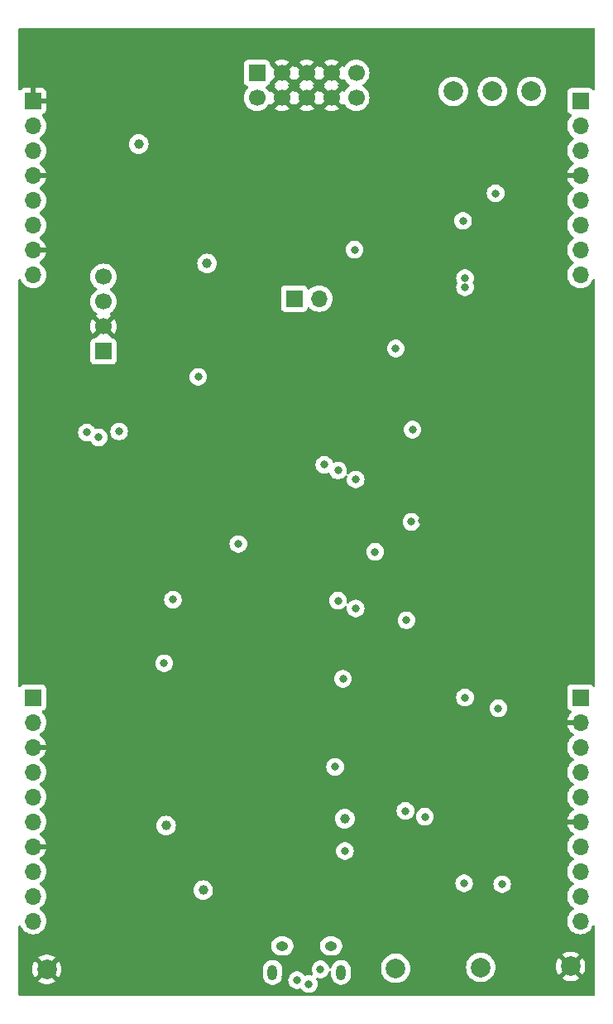
<source format=gbr>
%TF.GenerationSoftware,KiCad,Pcbnew,8.0.7*%
%TF.CreationDate,2025-01-14T15:56:34+00:00*%
%TF.ProjectId,Spectralist_Components,53706563-7472-4616-9c69-73745f436f6d,rev?*%
%TF.SameCoordinates,Original*%
%TF.FileFunction,Copper,L2,Inr*%
%TF.FilePolarity,Positive*%
%FSLAX46Y46*%
G04 Gerber Fmt 4.6, Leading zero omitted, Abs format (unit mm)*
G04 Created by KiCad (PCBNEW 8.0.7) date 2025-01-14 15:56:34*
%MOMM*%
%LPD*%
G01*
G04 APERTURE LIST*
%TA.AperFunction,ComponentPad*%
%ADD10R,1.700000X1.700000*%
%TD*%
%TA.AperFunction,ComponentPad*%
%ADD11O,1.700000X1.700000*%
%TD*%
%TA.AperFunction,ComponentPad*%
%ADD12C,2.000000*%
%TD*%
%TA.AperFunction,ComponentPad*%
%ADD13O,1.250000X0.950000*%
%TD*%
%TA.AperFunction,ComponentPad*%
%ADD14O,1.000000X1.550000*%
%TD*%
%TA.AperFunction,ComponentPad*%
%ADD15C,1.700000*%
%TD*%
%TA.AperFunction,ViaPad*%
%ADD16C,0.800000*%
%TD*%
%TA.AperFunction,ViaPad*%
%ADD17C,1.000000*%
%TD*%
G04 APERTURE END LIST*
D10*
%TO.N,+3.3V*%
%TO.C,J2*%
X158000000Y-58000000D03*
D11*
%TO.N,/Filter_Mode*%
X158000000Y-60540000D03*
%TO.N,/Harmonic_Mode*%
X158000000Y-63080000D03*
%TO.N,GND*%
X158000000Y-65620000D03*
%TO.N,/Octave_Btn*%
X158000000Y-68160000D03*
%TO.N,/Filter_A_Pot*%
X158000000Y-70700000D03*
%TO.N,/Filter_A_Trm*%
X158000000Y-73240000D03*
%TO.N,+12V*%
X158000000Y-75780000D03*
%TD*%
D10*
%TO.N,+3.3VA*%
%TO.C,J4*%
X158000000Y-119000000D03*
D11*
%TO.N,GND*%
X158000000Y-121540000D03*
%TO.N,/Harm_Stretch_CV_In*%
X158000000Y-124080000D03*
%TO.N,/Pitch_CV_In*%
X158000000Y-126620000D03*
%TO.N,/Filter_Slope_CV_In*%
X158000000Y-129160000D03*
%TO.N,GND*%
X158000000Y-131700000D03*
%TO.N,/Filter_A_CV_In*%
X158000000Y-134240000D03*
%TO.N,/Harm_Warp_CV_In*%
X158000000Y-136780000D03*
%TO.N,/Pan_CV_In*%
X158000000Y-139320000D03*
%TO.N,/Filter_B_CV_In*%
X158000000Y-141860000D03*
%TD*%
D10*
%TO.N,GND*%
%TO.C,J1*%
X102000000Y-58000000D03*
D11*
%TO.N,/LED_SCL*%
X102000000Y-60540000D03*
%TO.N,/LED_SDA*%
X102000000Y-63080000D03*
%TO.N,GND*%
X102000000Y-65620000D03*
%TO.N,/LED_Filter_A_Out*%
X102000000Y-68160000D03*
%TO.N,/LED_Oct_Out*%
X102000000Y-70700000D03*
%TO.N,GND*%
X102000000Y-73240000D03*
%TO.N,/LED_Filter_B_Out*%
X102000000Y-75780000D03*
%TD*%
D10*
%TO.N,/Filter_B_Trm*%
%TO.C,J3*%
X102000000Y-119000000D03*
D11*
%TO.N,/Audio_Out_L*%
X102000000Y-121540000D03*
%TO.N,GND*%
X102000000Y-124080000D03*
%TO.N,/Audio_Out_R*%
X102000000Y-126620000D03*
%TO.N,/Filter_B_Pot*%
X102000000Y-129160000D03*
%TO.N,/Filter_Slope_Pot*%
X102000000Y-131700000D03*
%TO.N,GND*%
X102000000Y-134240000D03*
%TO.N,/Harm_Warp_Pot*%
X102000000Y-136780000D03*
%TO.N,/Harm_Stretch_Trm*%
X102000000Y-139320000D03*
%TO.N,/Harm_Stretch_Pot*%
X102000000Y-141860000D03*
%TD*%
D12*
%TO.N,GND*%
%TO.C,TP8*%
X157000000Y-146500000D03*
%TD*%
%TO.N,+3.3VA*%
%TO.C,TP6*%
X145000000Y-57000000D03*
%TD*%
%TO.N,+3.3V*%
%TO.C,TP5*%
X153000000Y-57000000D03*
%TD*%
D10*
%TO.N,/UART_TX*%
%TO.C,J7*%
X128725000Y-78200000D03*
D11*
%TO.N,/UART_RX*%
X131265000Y-78200000D03*
%TD*%
D12*
%TO.N,+12V*%
%TO.C,TP2*%
X149000000Y-57000000D03*
%TD*%
%TO.N,-12V*%
%TO.C,TP3*%
X139100000Y-146700000D03*
%TD*%
%TO.N,/-5V_REF*%
%TO.C,TP7*%
X147800000Y-146600000D03*
%TD*%
D13*
%TO.N,*%
%TO.C,J8*%
X132500000Y-144415000D03*
X127500000Y-144415000D03*
D14*
X126500000Y-147115000D03*
%TO.N,unconnected-(J8-Shield-Pad6)*%
X133500000Y-147115000D03*
%TD*%
D10*
%TO.N,/-12V_IN*%
%TO.C,J5*%
X124900000Y-55125000D03*
D15*
X124900000Y-57665000D03*
%TO.N,GND*%
X127440000Y-55125000D03*
X127440000Y-57665000D03*
X129980000Y-55125000D03*
X129980000Y-57665000D03*
X132520000Y-55125000D03*
X132520000Y-57665000D03*
%TO.N,/+12V_IN*%
X135060000Y-55125000D03*
X135060000Y-57665000D03*
%TD*%
D12*
%TO.N,GND*%
%TO.C,TP4*%
X103400000Y-146800000D03*
%TD*%
D10*
%TO.N,+3.3V*%
%TO.C,J6*%
X109200000Y-83600000D03*
D15*
%TO.N,GND*%
X109200000Y-81060000D03*
%TO.N,/SWIO*%
X109200000Y-78520000D03*
%TO.N,/SWCLK*%
X109200000Y-75980000D03*
%TD*%
D16*
%TO.N,GND*%
X110800000Y-62600000D03*
X115100000Y-62700000D03*
X143900000Y-77700000D03*
X139000000Y-74300000D03*
X126000000Y-71900000D03*
X125800000Y-67700000D03*
X136400000Y-72000000D03*
X130900000Y-93500000D03*
X130300000Y-96900000D03*
X133400000Y-97700000D03*
X138000000Y-114700000D03*
X140300000Y-109300000D03*
X148000000Y-113100000D03*
X141300000Y-112300000D03*
X129200000Y-142200000D03*
X127800000Y-147600000D03*
X131800000Y-148500000D03*
X143000000Y-132900000D03*
X138200000Y-131800000D03*
X116400000Y-110400000D03*
X133700000Y-110600000D03*
X158200000Y-78300000D03*
X153200000Y-81100000D03*
X141800000Y-83900000D03*
X145400000Y-80700000D03*
X151600000Y-74300000D03*
X155000000Y-59900000D03*
X154800000Y-69500000D03*
X158500000Y-54100000D03*
X148700000Y-60200000D03*
X111400000Y-67700000D03*
X122700000Y-76200000D03*
X114300000Y-76200000D03*
X138700000Y-127600000D03*
X148000000Y-126900000D03*
X151800000Y-125500000D03*
X123300000Y-112700000D03*
X124800000Y-110400000D03*
X120200000Y-101200000D03*
X100900000Y-78200000D03*
X106000000Y-90400000D03*
X120300000Y-97300000D03*
X120200000Y-92400000D03*
D17*
%TO.N,+12V*%
X119800000Y-74600000D03*
X119400000Y-138700000D03*
D16*
%TO.N,GND*%
X108984980Y-123257773D03*
X114200000Y-56600000D03*
X116436397Y-135863603D03*
X108787500Y-118400000D03*
X143400000Y-67380000D03*
X119900000Y-116000000D03*
X122794390Y-86005610D03*
X124400000Y-129700000D03*
X136700000Y-102244436D03*
X137125000Y-105910460D03*
X122587500Y-119200000D03*
X141750000Y-100900000D03*
X141800000Y-95800000D03*
X143900000Y-98100000D03*
X133900000Y-133000000D03*
X117800000Y-133400000D03*
X147700000Y-68550000D03*
X143000000Y-71580000D03*
X108557353Y-117030147D03*
X120400000Y-88200000D03*
X144550000Y-99900000D03*
X118584740Y-122038449D03*
X117400000Y-86500000D03*
X135100000Y-127100000D03*
X136000000Y-92600000D03*
X124000000Y-106600000D03*
X137750000Y-67867500D03*
X116600000Y-88200000D03*
X108787500Y-120200000D03*
X137800000Y-137900000D03*
X112800000Y-54500000D03*
X121525000Y-67400000D03*
X147588603Y-64038603D03*
X144550000Y-89775000D03*
X147700000Y-67450000D03*
X142859505Y-139273553D03*
X122225000Y-71900000D03*
X125600000Y-88000000D03*
X115930147Y-121057353D03*
X109100000Y-130380029D03*
X142900000Y-118700000D03*
X140900000Y-62680000D03*
X134000000Y-84400000D03*
X147800002Y-93699998D03*
X137600000Y-66400000D03*
X142800000Y-121500000D03*
X148136397Y-71586397D03*
X139100000Y-65780000D03*
X137300000Y-86100000D03*
X134700000Y-81600000D03*
X137900000Y-120000000D03*
X116725000Y-71000000D03*
X115500000Y-117400000D03*
X125433794Y-106533794D03*
D17*
%TO.N,-12V*%
X115600000Y-132100000D03*
X112800000Y-62400000D03*
X133900000Y-131400000D03*
D16*
%TO.N,+3.3VA*%
X115400000Y-115500000D03*
X133900000Y-134700000D03*
X146200000Y-119000006D03*
X140709208Y-101038772D03*
X146100000Y-138000000D03*
X134900000Y-73200000D03*
%TO.N,/VSW*%
X146200000Y-77050000D03*
X149332353Y-67432353D03*
X146000000Y-70250000D03*
X146200000Y-76100000D03*
%TO.N,+3.3V*%
X123000000Y-103300000D03*
X139100000Y-83300000D03*
X140825000Y-91600000D03*
X137000000Y-104100000D03*
X118900000Y-86200000D03*
%TO.N,/Filter_B_Trm*%
X131800000Y-95200000D03*
X116300000Y-109000000D03*
%TO.N,/Harm_Stretch_CV_In*%
X140200000Y-111100000D03*
X133700000Y-117100002D03*
%TO.N,/Harm_Warp_CV*%
X133200000Y-109100000D03*
X132900000Y-126100000D03*
%TO.N,/Pan_CV*%
X133200000Y-95775000D03*
X140100000Y-130600000D03*
%TO.N,/-5V_REF*%
X142100000Y-131200000D03*
X150000000Y-138100000D03*
X149600000Y-120100000D03*
%TO.N,/Filter_A_CV*%
X135000000Y-109900000D03*
X135000000Y-96700000D03*
%TO.N,/USB_VBUS*%
X131400000Y-146800000D03*
X110800000Y-91800000D03*
%TO.N,/USB_D+*%
X129000000Y-147900000D03*
X108700000Y-92400000D03*
%TO.N,/USB_D-*%
X107500000Y-91900000D03*
X130200000Y-148300000D03*
%TD*%
%TA.AperFunction,Conductor*%
%TO.N,GND*%
G36*
X126974075Y-55317993D02*
G01*
X127039901Y-55432007D01*
X127132993Y-55525099D01*
X127247007Y-55590925D01*
X127310591Y-55607962D01*
X126678626Y-56239926D01*
X126755031Y-56293426D01*
X126798656Y-56348003D01*
X126805848Y-56417501D01*
X126774326Y-56479856D01*
X126755030Y-56496575D01*
X126678627Y-56550072D01*
X126678626Y-56550073D01*
X127310591Y-57182037D01*
X127247007Y-57199075D01*
X127132993Y-57264901D01*
X127039901Y-57357993D01*
X126974075Y-57472007D01*
X126957037Y-57535590D01*
X126325073Y-56903626D01*
X126325072Y-56903627D01*
X126271880Y-56979595D01*
X126217303Y-57023220D01*
X126147805Y-57030414D01*
X126085450Y-56998891D01*
X126068730Y-56979595D01*
X125938496Y-56793600D01*
X125897071Y-56752175D01*
X125816567Y-56671671D01*
X125783084Y-56610351D01*
X125788068Y-56540659D01*
X125829939Y-56484725D01*
X125860915Y-56467810D01*
X125992331Y-56418796D01*
X126107546Y-56332546D01*
X126193796Y-56217331D01*
X126244091Y-56082483D01*
X126250500Y-56022873D01*
X126250499Y-56012313D01*
X126270179Y-55945276D01*
X126286818Y-55924627D01*
X126957037Y-55254408D01*
X126974075Y-55317993D01*
G37*
%TD.AperFunction*%
%TA.AperFunction,Conductor*%
G36*
X129514075Y-55317993D02*
G01*
X129579901Y-55432007D01*
X129672993Y-55525099D01*
X129787007Y-55590925D01*
X129850591Y-55607962D01*
X129218626Y-56239926D01*
X129295031Y-56293426D01*
X129338656Y-56348003D01*
X129345848Y-56417501D01*
X129314326Y-56479856D01*
X129295030Y-56496575D01*
X129218627Y-56550072D01*
X129218626Y-56550073D01*
X129850591Y-57182037D01*
X129787007Y-57199075D01*
X129672993Y-57264901D01*
X129579901Y-57357993D01*
X129514075Y-57472007D01*
X129497037Y-57535590D01*
X128865073Y-56903626D01*
X128865073Y-56903627D01*
X128811575Y-56980031D01*
X128756999Y-57023656D01*
X128687500Y-57030850D01*
X128625145Y-56999327D01*
X128608425Y-56980032D01*
X128554925Y-56903626D01*
X127922962Y-57535590D01*
X127905925Y-57472007D01*
X127840099Y-57357993D01*
X127747007Y-57264901D01*
X127632993Y-57199075D01*
X127569409Y-57182037D01*
X128201372Y-56550073D01*
X128124969Y-56496575D01*
X128081344Y-56441998D01*
X128074152Y-56372499D01*
X128105674Y-56310144D01*
X128124968Y-56293426D01*
X128201371Y-56239925D01*
X127569408Y-55607962D01*
X127632993Y-55590925D01*
X127747007Y-55525099D01*
X127840099Y-55432007D01*
X127905925Y-55317993D01*
X127922962Y-55254408D01*
X128554925Y-55886371D01*
X128608426Y-55809968D01*
X128663004Y-55766344D01*
X128732502Y-55759152D01*
X128794856Y-55790675D01*
X128811575Y-55809969D01*
X128865073Y-55886372D01*
X129497037Y-55254408D01*
X129514075Y-55317993D01*
G37*
%TD.AperFunction*%
%TA.AperFunction,Conductor*%
G36*
X132054075Y-55317993D02*
G01*
X132119901Y-55432007D01*
X132212993Y-55525099D01*
X132327007Y-55590925D01*
X132390591Y-55607962D01*
X131758626Y-56239926D01*
X131835031Y-56293426D01*
X131878656Y-56348003D01*
X131885848Y-56417501D01*
X131854326Y-56479856D01*
X131835030Y-56496575D01*
X131758627Y-56550072D01*
X131758626Y-56550073D01*
X132390591Y-57182037D01*
X132327007Y-57199075D01*
X132212993Y-57264901D01*
X132119901Y-57357993D01*
X132054075Y-57472007D01*
X132037037Y-57535590D01*
X131405073Y-56903626D01*
X131405073Y-56903627D01*
X131351575Y-56980031D01*
X131296999Y-57023656D01*
X131227500Y-57030850D01*
X131165145Y-56999327D01*
X131148425Y-56980032D01*
X131094925Y-56903626D01*
X130462962Y-57535590D01*
X130445925Y-57472007D01*
X130380099Y-57357993D01*
X130287007Y-57264901D01*
X130172993Y-57199075D01*
X130109409Y-57182037D01*
X130741372Y-56550073D01*
X130664969Y-56496575D01*
X130621344Y-56441998D01*
X130614152Y-56372499D01*
X130645674Y-56310144D01*
X130664968Y-56293426D01*
X130741371Y-56239925D01*
X130109408Y-55607962D01*
X130172993Y-55590925D01*
X130287007Y-55525099D01*
X130380099Y-55432007D01*
X130445925Y-55317993D01*
X130462962Y-55254408D01*
X131094925Y-55886371D01*
X131148426Y-55809968D01*
X131203004Y-55766344D01*
X131272502Y-55759152D01*
X131334856Y-55790675D01*
X131351575Y-55809969D01*
X131405073Y-55886372D01*
X132037037Y-55254408D01*
X132054075Y-55317993D01*
G37*
%TD.AperFunction*%
%TA.AperFunction,Conductor*%
G36*
X133634925Y-55886371D02*
G01*
X133688120Y-55810404D01*
X133742697Y-55766780D01*
X133812196Y-55759588D01*
X133874550Y-55791111D01*
X133891268Y-55810404D01*
X134021505Y-55996401D01*
X134021506Y-55996402D01*
X134188597Y-56163493D01*
X134188603Y-56163498D01*
X134374158Y-56293425D01*
X134417783Y-56348002D01*
X134424977Y-56417500D01*
X134393454Y-56479855D01*
X134374158Y-56496575D01*
X134188597Y-56626505D01*
X134021508Y-56793594D01*
X133891269Y-56979595D01*
X133836692Y-57023219D01*
X133767193Y-57030412D01*
X133704839Y-56998890D01*
X133688119Y-56979595D01*
X133634925Y-56903626D01*
X133002962Y-57535590D01*
X132985925Y-57472007D01*
X132920099Y-57357993D01*
X132827007Y-57264901D01*
X132712993Y-57199075D01*
X132649409Y-57182037D01*
X133281372Y-56550073D01*
X133204969Y-56496575D01*
X133161344Y-56441998D01*
X133154152Y-56372499D01*
X133185674Y-56310144D01*
X133204968Y-56293426D01*
X133281371Y-56239925D01*
X132649408Y-55607962D01*
X132712993Y-55590925D01*
X132827007Y-55525099D01*
X132920099Y-55432007D01*
X132985925Y-55317993D01*
X133002962Y-55254408D01*
X133634925Y-55886371D01*
G37*
%TD.AperFunction*%
%TA.AperFunction,Conductor*%
G36*
X159442539Y-50520185D02*
G01*
X159488294Y-50572989D01*
X159499500Y-50624500D01*
X159499500Y-56809897D01*
X159479815Y-56876936D01*
X159427011Y-56922691D01*
X159357853Y-56932635D01*
X159294297Y-56903610D01*
X159276234Y-56884208D01*
X159207547Y-56792455D01*
X159207544Y-56792452D01*
X159092335Y-56706206D01*
X159092328Y-56706202D01*
X158957482Y-56655908D01*
X158957483Y-56655908D01*
X158897883Y-56649501D01*
X158897881Y-56649500D01*
X158897873Y-56649500D01*
X158897864Y-56649500D01*
X157102129Y-56649500D01*
X157102123Y-56649501D01*
X157042516Y-56655908D01*
X156907671Y-56706202D01*
X156907664Y-56706206D01*
X156792455Y-56792452D01*
X156792452Y-56792455D01*
X156706206Y-56907664D01*
X156706202Y-56907671D01*
X156655908Y-57042517D01*
X156649501Y-57102116D01*
X156649500Y-57102135D01*
X156649500Y-58897870D01*
X156649501Y-58897876D01*
X156655908Y-58957483D01*
X156706202Y-59092328D01*
X156706206Y-59092335D01*
X156792452Y-59207544D01*
X156792455Y-59207547D01*
X156907664Y-59293793D01*
X156907671Y-59293797D01*
X157039081Y-59342810D01*
X157095015Y-59384681D01*
X157119432Y-59450145D01*
X157104580Y-59518418D01*
X157083430Y-59546673D01*
X156961503Y-59668600D01*
X156825965Y-59862169D01*
X156825964Y-59862171D01*
X156726098Y-60076335D01*
X156726094Y-60076344D01*
X156664938Y-60304586D01*
X156664936Y-60304596D01*
X156644341Y-60539999D01*
X156644341Y-60540000D01*
X156664936Y-60775403D01*
X156664938Y-60775413D01*
X156726094Y-61003655D01*
X156726096Y-61003659D01*
X156726097Y-61003663D01*
X156761319Y-61079196D01*
X156825965Y-61217830D01*
X156825967Y-61217834D01*
X156961501Y-61411395D01*
X156961506Y-61411402D01*
X157128597Y-61578493D01*
X157128603Y-61578498D01*
X157314158Y-61708425D01*
X157357783Y-61763002D01*
X157364977Y-61832500D01*
X157333454Y-61894855D01*
X157314158Y-61911575D01*
X157128597Y-62041505D01*
X156961505Y-62208597D01*
X156825965Y-62402169D01*
X156825964Y-62402171D01*
X156726098Y-62616335D01*
X156726094Y-62616344D01*
X156664938Y-62844586D01*
X156664936Y-62844596D01*
X156644341Y-63079999D01*
X156644341Y-63080000D01*
X156664936Y-63315403D01*
X156664938Y-63315413D01*
X156726094Y-63543655D01*
X156726096Y-63543659D01*
X156726097Y-63543663D01*
X156761319Y-63619196D01*
X156825965Y-63757830D01*
X156825967Y-63757834D01*
X156961501Y-63951395D01*
X156961506Y-63951402D01*
X157128597Y-64118493D01*
X157128603Y-64118498D01*
X157314594Y-64248730D01*
X157358219Y-64303307D01*
X157365413Y-64372805D01*
X157333890Y-64435160D01*
X157314595Y-64451880D01*
X157128922Y-64581890D01*
X157128920Y-64581891D01*
X156961891Y-64748920D01*
X156961886Y-64748926D01*
X156826400Y-64942420D01*
X156826399Y-64942422D01*
X156726570Y-65156507D01*
X156726567Y-65156513D01*
X156669364Y-65369999D01*
X156669364Y-65370000D01*
X157566988Y-65370000D01*
X157534075Y-65427007D01*
X157500000Y-65554174D01*
X157500000Y-65685826D01*
X157534075Y-65812993D01*
X157566988Y-65870000D01*
X156669364Y-65870000D01*
X156726567Y-66083486D01*
X156726570Y-66083492D01*
X156826399Y-66297578D01*
X156961894Y-66491082D01*
X157128917Y-66658105D01*
X157314595Y-66788119D01*
X157358219Y-66842696D01*
X157365412Y-66912195D01*
X157333890Y-66974549D01*
X157314595Y-66991269D01*
X157128594Y-67121508D01*
X156961505Y-67288597D01*
X156825965Y-67482169D01*
X156825964Y-67482171D01*
X156726098Y-67696335D01*
X156726094Y-67696344D01*
X156664938Y-67924586D01*
X156664936Y-67924596D01*
X156644341Y-68159999D01*
X156644341Y-68160000D01*
X156664936Y-68395403D01*
X156664938Y-68395413D01*
X156726094Y-68623655D01*
X156726096Y-68623659D01*
X156726097Y-68623663D01*
X156761319Y-68699196D01*
X156825965Y-68837830D01*
X156825967Y-68837834D01*
X156961501Y-69031395D01*
X156961506Y-69031402D01*
X157128597Y-69198493D01*
X157128603Y-69198498D01*
X157314158Y-69328425D01*
X157357783Y-69383002D01*
X157364977Y-69452500D01*
X157333454Y-69514855D01*
X157314158Y-69531575D01*
X157128597Y-69661505D01*
X156961505Y-69828597D01*
X156825965Y-70022169D01*
X156825964Y-70022171D01*
X156726098Y-70236335D01*
X156726094Y-70236344D01*
X156664938Y-70464586D01*
X156664936Y-70464596D01*
X156644341Y-70699999D01*
X156644341Y-70700000D01*
X156664936Y-70935403D01*
X156664938Y-70935413D01*
X156726094Y-71163655D01*
X156726096Y-71163659D01*
X156726097Y-71163663D01*
X156761319Y-71239196D01*
X156825965Y-71377830D01*
X156825967Y-71377834D01*
X156961501Y-71571395D01*
X156961506Y-71571402D01*
X157128597Y-71738493D01*
X157128603Y-71738498D01*
X157314158Y-71868425D01*
X157357783Y-71923002D01*
X157364977Y-71992500D01*
X157333454Y-72054855D01*
X157314158Y-72071575D01*
X157128597Y-72201505D01*
X156961505Y-72368597D01*
X156825965Y-72562169D01*
X156825964Y-72562171D01*
X156726098Y-72776335D01*
X156726094Y-72776344D01*
X156664938Y-73004586D01*
X156664936Y-73004596D01*
X156644341Y-73239999D01*
X156644341Y-73240000D01*
X156664936Y-73475403D01*
X156664938Y-73475413D01*
X156726094Y-73703655D01*
X156726096Y-73703659D01*
X156726097Y-73703663D01*
X156754273Y-73764086D01*
X156825965Y-73917830D01*
X156825967Y-73917834D01*
X156961501Y-74111395D01*
X156961506Y-74111402D01*
X157128597Y-74278493D01*
X157128603Y-74278498D01*
X157314158Y-74408425D01*
X157357783Y-74463002D01*
X157364977Y-74532500D01*
X157333454Y-74594855D01*
X157314158Y-74611575D01*
X157128597Y-74741505D01*
X156961505Y-74908597D01*
X156825965Y-75102169D01*
X156825964Y-75102171D01*
X156726098Y-75316335D01*
X156726094Y-75316344D01*
X156664938Y-75544586D01*
X156664936Y-75544596D01*
X156644341Y-75779999D01*
X156644341Y-75780000D01*
X156664936Y-76015403D01*
X156664938Y-76015413D01*
X156726094Y-76243655D01*
X156726096Y-76243659D01*
X156726097Y-76243663D01*
X156746893Y-76288259D01*
X156825965Y-76457830D01*
X156825967Y-76457834D01*
X156934281Y-76612521D01*
X156961505Y-76651401D01*
X157128599Y-76818495D01*
X157225384Y-76886265D01*
X157322165Y-76954032D01*
X157322167Y-76954033D01*
X157322170Y-76954035D01*
X157536337Y-77053903D01*
X157764592Y-77115063D01*
X157952918Y-77131539D01*
X157999999Y-77135659D01*
X158000000Y-77135659D01*
X158000001Y-77135659D01*
X158039234Y-77132226D01*
X158235408Y-77115063D01*
X158463663Y-77053903D01*
X158677830Y-76954035D01*
X158871401Y-76818495D01*
X159038495Y-76651401D01*
X159174035Y-76457830D01*
X159263118Y-76266790D01*
X159309290Y-76214352D01*
X159376484Y-76195200D01*
X159443365Y-76215416D01*
X159488700Y-76268581D01*
X159499500Y-76319196D01*
X159499500Y-117809897D01*
X159479815Y-117876936D01*
X159427011Y-117922691D01*
X159357853Y-117932635D01*
X159294297Y-117903610D01*
X159276234Y-117884208D01*
X159207547Y-117792455D01*
X159207544Y-117792452D01*
X159092335Y-117706206D01*
X159092328Y-117706202D01*
X158957482Y-117655908D01*
X158957483Y-117655908D01*
X158897883Y-117649501D01*
X158897881Y-117649500D01*
X158897873Y-117649500D01*
X158897864Y-117649500D01*
X157102129Y-117649500D01*
X157102123Y-117649501D01*
X157042516Y-117655908D01*
X156907671Y-117706202D01*
X156907664Y-117706206D01*
X156792455Y-117792452D01*
X156792452Y-117792455D01*
X156706206Y-117907664D01*
X156706202Y-117907671D01*
X156655908Y-118042517D01*
X156649782Y-118099506D01*
X156649501Y-118102123D01*
X156649500Y-118102135D01*
X156649500Y-119897870D01*
X156649501Y-119897876D01*
X156655908Y-119957483D01*
X156706202Y-120092328D01*
X156706206Y-120092335D01*
X156792452Y-120207544D01*
X156792455Y-120207547D01*
X156907664Y-120293793D01*
X156907671Y-120293797D01*
X156907674Y-120293798D01*
X157039598Y-120343002D01*
X157095531Y-120384873D01*
X157119949Y-120450337D01*
X157105098Y-120518610D01*
X157083947Y-120546865D01*
X156961886Y-120668926D01*
X156826400Y-120862420D01*
X156826399Y-120862422D01*
X156726570Y-121076507D01*
X156726567Y-121076513D01*
X156669364Y-121289999D01*
X156669364Y-121290000D01*
X157566988Y-121290000D01*
X157534075Y-121347007D01*
X157500000Y-121474174D01*
X157500000Y-121605826D01*
X157534075Y-121732993D01*
X157566988Y-121790000D01*
X156669364Y-121790000D01*
X156726567Y-122003486D01*
X156726570Y-122003492D01*
X156826399Y-122217578D01*
X156961894Y-122411082D01*
X157128917Y-122578105D01*
X157314595Y-122708119D01*
X157358219Y-122762696D01*
X157365412Y-122832195D01*
X157333890Y-122894549D01*
X157314595Y-122911269D01*
X157128594Y-123041508D01*
X156961505Y-123208597D01*
X156825965Y-123402169D01*
X156825964Y-123402171D01*
X156726098Y-123616335D01*
X156726094Y-123616344D01*
X156664938Y-123844586D01*
X156664936Y-123844596D01*
X156644341Y-124079999D01*
X156644341Y-124080000D01*
X156664936Y-124315403D01*
X156664938Y-124315413D01*
X156726094Y-124543655D01*
X156726096Y-124543659D01*
X156726097Y-124543663D01*
X156760766Y-124618011D01*
X156825965Y-124757830D01*
X156825967Y-124757834D01*
X156961501Y-124951395D01*
X156961506Y-124951402D01*
X157128597Y-125118493D01*
X157128603Y-125118498D01*
X157314158Y-125248425D01*
X157357783Y-125303002D01*
X157364977Y-125372500D01*
X157333454Y-125434855D01*
X157314158Y-125451575D01*
X157128597Y-125581505D01*
X156961505Y-125748597D01*
X156825965Y-125942169D01*
X156825964Y-125942171D01*
X156726098Y-126156335D01*
X156726094Y-126156344D01*
X156664938Y-126384586D01*
X156664936Y-126384596D01*
X156644341Y-126619999D01*
X156644341Y-126620000D01*
X156664936Y-126855403D01*
X156664938Y-126855413D01*
X156726094Y-127083655D01*
X156726096Y-127083659D01*
X156726097Y-127083663D01*
X156761319Y-127159196D01*
X156825965Y-127297830D01*
X156825967Y-127297834D01*
X156961501Y-127491395D01*
X156961506Y-127491402D01*
X157128597Y-127658493D01*
X157128603Y-127658498D01*
X157314158Y-127788425D01*
X157357783Y-127843002D01*
X157364977Y-127912500D01*
X157333454Y-127974855D01*
X157314158Y-127991575D01*
X157128597Y-128121505D01*
X156961505Y-128288597D01*
X156825965Y-128482169D01*
X156825964Y-128482171D01*
X156726098Y-128696335D01*
X156726094Y-128696344D01*
X156664938Y-128924586D01*
X156664936Y-128924596D01*
X156644341Y-129159999D01*
X156644341Y-129160000D01*
X156664936Y-129395403D01*
X156664938Y-129395413D01*
X156726094Y-129623655D01*
X156726096Y-129623659D01*
X156726097Y-129623663D01*
X156779812Y-129738855D01*
X156825965Y-129837830D01*
X156825967Y-129837834D01*
X156961501Y-130031395D01*
X156961506Y-130031402D01*
X157128597Y-130198493D01*
X157128603Y-130198498D01*
X157314594Y-130328730D01*
X157358219Y-130383307D01*
X157365413Y-130452805D01*
X157333890Y-130515160D01*
X157314595Y-130531880D01*
X157128922Y-130661890D01*
X157128920Y-130661891D01*
X156961891Y-130828920D01*
X156961886Y-130828926D01*
X156826400Y-131022420D01*
X156826399Y-131022422D01*
X156726570Y-131236507D01*
X156726567Y-131236513D01*
X156669364Y-131449999D01*
X156669364Y-131450000D01*
X157566988Y-131450000D01*
X157534075Y-131507007D01*
X157500000Y-131634174D01*
X157500000Y-131765826D01*
X157534075Y-131892993D01*
X157566988Y-131950000D01*
X156669364Y-131950000D01*
X156726567Y-132163486D01*
X156726570Y-132163492D01*
X156826399Y-132377578D01*
X156961894Y-132571082D01*
X157128917Y-132738105D01*
X157314595Y-132868119D01*
X157358219Y-132922696D01*
X157365412Y-132992195D01*
X157333890Y-133054549D01*
X157314595Y-133071269D01*
X157128594Y-133201508D01*
X156961505Y-133368597D01*
X156825965Y-133562169D01*
X156825964Y-133562171D01*
X156726098Y-133776335D01*
X156726094Y-133776344D01*
X156664938Y-134004586D01*
X156664936Y-134004596D01*
X156644341Y-134239999D01*
X156644341Y-134240000D01*
X156664936Y-134475403D01*
X156664938Y-134475413D01*
X156726094Y-134703655D01*
X156726096Y-134703659D01*
X156726097Y-134703663D01*
X156760766Y-134778011D01*
X156825965Y-134917830D01*
X156825967Y-134917834D01*
X156961501Y-135111395D01*
X156961506Y-135111402D01*
X157128597Y-135278493D01*
X157128603Y-135278498D01*
X157314158Y-135408425D01*
X157357783Y-135463002D01*
X157364977Y-135532500D01*
X157333454Y-135594855D01*
X157314158Y-135611575D01*
X157128597Y-135741505D01*
X156961505Y-135908597D01*
X156825965Y-136102169D01*
X156825964Y-136102171D01*
X156726098Y-136316335D01*
X156726094Y-136316344D01*
X156664938Y-136544586D01*
X156664936Y-136544596D01*
X156644341Y-136779999D01*
X156644341Y-136780000D01*
X156664936Y-137015403D01*
X156664938Y-137015413D01*
X156726094Y-137243655D01*
X156726096Y-137243659D01*
X156726097Y-137243663D01*
X156811641Y-137427112D01*
X156825965Y-137457830D01*
X156825967Y-137457834D01*
X156902956Y-137567785D01*
X156947721Y-137631716D01*
X156961501Y-137651395D01*
X156961506Y-137651402D01*
X157128597Y-137818493D01*
X157128603Y-137818498D01*
X157314158Y-137948425D01*
X157357783Y-138003002D01*
X157364977Y-138072500D01*
X157333454Y-138134855D01*
X157314158Y-138151575D01*
X157128597Y-138281505D01*
X156961505Y-138448597D01*
X156825965Y-138642169D01*
X156825964Y-138642171D01*
X156726098Y-138856335D01*
X156726094Y-138856344D01*
X156664938Y-139084586D01*
X156664936Y-139084596D01*
X156644341Y-139319999D01*
X156644341Y-139320000D01*
X156664936Y-139555403D01*
X156664938Y-139555413D01*
X156726094Y-139783655D01*
X156726096Y-139783659D01*
X156726097Y-139783663D01*
X156761319Y-139859196D01*
X156825965Y-139997830D01*
X156825967Y-139997834D01*
X156961501Y-140191395D01*
X156961506Y-140191402D01*
X157128597Y-140358493D01*
X157128603Y-140358498D01*
X157314158Y-140488425D01*
X157357783Y-140543002D01*
X157364977Y-140612500D01*
X157333454Y-140674855D01*
X157314158Y-140691575D01*
X157128597Y-140821505D01*
X156961505Y-140988597D01*
X156825965Y-141182169D01*
X156825964Y-141182171D01*
X156726098Y-141396335D01*
X156726094Y-141396344D01*
X156664938Y-141624586D01*
X156664936Y-141624596D01*
X156644341Y-141859999D01*
X156644341Y-141860000D01*
X156664936Y-142095403D01*
X156664938Y-142095413D01*
X156726094Y-142323655D01*
X156726096Y-142323659D01*
X156726097Y-142323663D01*
X156761319Y-142399196D01*
X156825965Y-142537830D01*
X156825967Y-142537834D01*
X156934281Y-142692521D01*
X156961505Y-142731401D01*
X157128599Y-142898495D01*
X157225384Y-142966265D01*
X157322165Y-143034032D01*
X157322167Y-143034033D01*
X157322170Y-143034035D01*
X157536337Y-143133903D01*
X157764592Y-143195063D01*
X157952918Y-143211539D01*
X157999999Y-143215659D01*
X158000000Y-143215659D01*
X158000001Y-143215659D01*
X158039234Y-143212226D01*
X158235408Y-143195063D01*
X158463663Y-143133903D01*
X158677830Y-143034035D01*
X158871401Y-142898495D01*
X159038495Y-142731401D01*
X159174035Y-142537830D01*
X159263118Y-142346790D01*
X159309290Y-142294352D01*
X159376484Y-142275200D01*
X159443365Y-142295416D01*
X159488700Y-142348581D01*
X159499500Y-142399196D01*
X159499500Y-149375500D01*
X159479815Y-149442539D01*
X159427011Y-149488294D01*
X159375500Y-149499500D01*
X100624500Y-149499500D01*
X100557461Y-149479815D01*
X100511706Y-149427011D01*
X100500500Y-149375500D01*
X100500500Y-146799994D01*
X101894859Y-146799994D01*
X101894859Y-146800005D01*
X101915385Y-147047729D01*
X101915387Y-147047738D01*
X101976412Y-147288717D01*
X102076267Y-147516367D01*
X102176562Y-147669881D01*
X102798957Y-147047487D01*
X102823978Y-147107890D01*
X102895112Y-147214351D01*
X102985649Y-147304888D01*
X103092110Y-147376022D01*
X103152511Y-147401041D01*
X102529943Y-148023609D01*
X102576768Y-148060055D01*
X102576771Y-148060057D01*
X102795385Y-148178364D01*
X102795396Y-148178369D01*
X103030506Y-148259083D01*
X103275707Y-148300000D01*
X103524293Y-148300000D01*
X103769493Y-148259083D01*
X104004603Y-148178369D01*
X104004614Y-148178364D01*
X104223230Y-148060056D01*
X104223236Y-148060051D01*
X104270055Y-148023610D01*
X104270056Y-148023609D01*
X103647488Y-147401041D01*
X103707890Y-147376022D01*
X103814351Y-147304888D01*
X103904888Y-147214351D01*
X103976022Y-147107890D01*
X104001041Y-147047488D01*
X104623435Y-147669882D01*
X104723733Y-147516364D01*
X104735936Y-147488543D01*
X125499499Y-147488543D01*
X125537947Y-147681829D01*
X125537950Y-147681839D01*
X125613364Y-147863907D01*
X125613371Y-147863920D01*
X125722860Y-148027781D01*
X125722863Y-148027785D01*
X125862214Y-148167136D01*
X125862218Y-148167139D01*
X126026079Y-148276628D01*
X126026092Y-148276635D01*
X126208160Y-148352049D01*
X126208165Y-148352051D01*
X126208169Y-148352051D01*
X126208170Y-148352052D01*
X126401456Y-148390500D01*
X126401459Y-148390500D01*
X126598543Y-148390500D01*
X126728582Y-148364632D01*
X126791835Y-148352051D01*
X126973914Y-148276632D01*
X127137782Y-148167139D01*
X127277139Y-148027782D01*
X127362520Y-147900000D01*
X128094540Y-147900000D01*
X128114326Y-148088256D01*
X128114327Y-148088259D01*
X128172818Y-148268277D01*
X128172821Y-148268284D01*
X128267467Y-148432216D01*
X128394129Y-148572888D01*
X128547265Y-148684148D01*
X128547270Y-148684151D01*
X128720192Y-148761142D01*
X128720197Y-148761144D01*
X128905354Y-148800500D01*
X128905355Y-148800500D01*
X129094644Y-148800500D01*
X129094646Y-148800500D01*
X129279803Y-148761144D01*
X129294450Y-148754622D01*
X129363697Y-148745336D01*
X129426975Y-148774962D01*
X129452275Y-148805902D01*
X129467467Y-148832216D01*
X129594129Y-148972888D01*
X129747265Y-149084148D01*
X129747270Y-149084151D01*
X129920192Y-149161142D01*
X129920197Y-149161144D01*
X130105354Y-149200500D01*
X130105355Y-149200500D01*
X130294644Y-149200500D01*
X130294646Y-149200500D01*
X130479803Y-149161144D01*
X130652730Y-149084151D01*
X130805871Y-148972888D01*
X130932533Y-148832216D01*
X131027179Y-148668284D01*
X131085674Y-148488256D01*
X131105460Y-148300000D01*
X131085674Y-148111744D01*
X131027179Y-147931716D01*
X130974928Y-147841215D01*
X130958456Y-147773317D01*
X130981309Y-147707290D01*
X131036230Y-147664099D01*
X131105783Y-147657458D01*
X131119551Y-147661007D01*
X131161306Y-147669882D01*
X131305354Y-147700500D01*
X131305355Y-147700500D01*
X131494644Y-147700500D01*
X131494646Y-147700500D01*
X131679803Y-147661144D01*
X131852730Y-147584151D01*
X132005871Y-147472888D01*
X132132533Y-147332216D01*
X132227179Y-147168284D01*
X132257569Y-147074754D01*
X132297006Y-147017078D01*
X132361365Y-146989880D01*
X132430211Y-147001795D01*
X132481687Y-147049039D01*
X132499500Y-147113072D01*
X132499500Y-147488541D01*
X132499500Y-147488543D01*
X132499499Y-147488543D01*
X132537947Y-147681829D01*
X132537950Y-147681839D01*
X132613364Y-147863907D01*
X132613371Y-147863920D01*
X132722860Y-148027781D01*
X132722863Y-148027785D01*
X132862214Y-148167136D01*
X132862218Y-148167139D01*
X133026079Y-148276628D01*
X133026092Y-148276635D01*
X133208160Y-148352049D01*
X133208165Y-148352051D01*
X133208169Y-148352051D01*
X133208170Y-148352052D01*
X133401456Y-148390500D01*
X133401459Y-148390500D01*
X133598543Y-148390500D01*
X133728582Y-148364632D01*
X133791835Y-148352051D01*
X133973914Y-148276632D01*
X134137782Y-148167139D01*
X134277139Y-148027782D01*
X134386632Y-147863914D01*
X134388057Y-147860475D01*
X134426450Y-147767784D01*
X134462051Y-147681835D01*
X134500500Y-147488541D01*
X134500500Y-146741459D01*
X134500500Y-146741456D01*
X134492252Y-146699994D01*
X137594357Y-146699994D01*
X137594357Y-146700005D01*
X137614890Y-146947812D01*
X137614892Y-146947824D01*
X137675936Y-147188881D01*
X137775826Y-147416606D01*
X137911833Y-147624782D01*
X137911836Y-147624785D01*
X138080256Y-147807738D01*
X138276491Y-147960474D01*
X138276493Y-147960475D01*
X138460500Y-148060055D01*
X138495190Y-148078828D01*
X138730386Y-148159571D01*
X138975665Y-148200500D01*
X139224335Y-148200500D01*
X139469614Y-148159571D01*
X139704810Y-148078828D01*
X139923509Y-147960474D01*
X140119744Y-147807738D01*
X140288164Y-147624785D01*
X140424173Y-147416607D01*
X140524063Y-147188881D01*
X140585108Y-146947821D01*
X140585109Y-146947812D01*
X140605643Y-146700005D01*
X140605643Y-146699994D01*
X140597357Y-146599994D01*
X146294357Y-146599994D01*
X146294357Y-146600005D01*
X146314890Y-146847812D01*
X146314892Y-146847824D01*
X146375936Y-147088881D01*
X146475826Y-147316606D01*
X146611833Y-147524782D01*
X146618216Y-147531716D01*
X146780256Y-147707738D01*
X146976491Y-147860474D01*
X147195190Y-147978828D01*
X147430386Y-148059571D01*
X147675665Y-148100500D01*
X147924335Y-148100500D01*
X148169614Y-148059571D01*
X148404810Y-147978828D01*
X148623509Y-147860474D01*
X148819744Y-147707738D01*
X148988164Y-147524785D01*
X149124173Y-147316607D01*
X149224063Y-147088881D01*
X149285108Y-146847821D01*
X149289070Y-146800005D01*
X149305643Y-146600005D01*
X149305643Y-146599994D01*
X149297357Y-146499994D01*
X155494859Y-146499994D01*
X155494859Y-146500005D01*
X155515385Y-146747729D01*
X155515387Y-146747738D01*
X155576412Y-146988717D01*
X155676267Y-147216367D01*
X155776562Y-147369881D01*
X156398957Y-146747487D01*
X156423978Y-146807890D01*
X156495112Y-146914351D01*
X156585649Y-147004888D01*
X156692110Y-147076022D01*
X156752511Y-147101041D01*
X156129943Y-147723609D01*
X156176768Y-147760055D01*
X156176771Y-147760057D01*
X156395385Y-147878364D01*
X156395396Y-147878369D01*
X156630506Y-147959083D01*
X156875707Y-148000000D01*
X157124293Y-148000000D01*
X157369493Y-147959083D01*
X157604603Y-147878369D01*
X157604614Y-147878364D01*
X157823230Y-147760056D01*
X157823236Y-147760051D01*
X157870055Y-147723610D01*
X157870056Y-147723609D01*
X157247488Y-147101041D01*
X157307890Y-147076022D01*
X157414351Y-147004888D01*
X157504888Y-146914351D01*
X157576022Y-146807890D01*
X157601041Y-146747488D01*
X158223435Y-147369882D01*
X158323733Y-147216364D01*
X158423587Y-146988717D01*
X158484612Y-146747738D01*
X158484614Y-146747729D01*
X158505141Y-146500005D01*
X158505141Y-146499994D01*
X158484614Y-146252270D01*
X158484612Y-146252261D01*
X158423587Y-146011282D01*
X158323732Y-145783632D01*
X158223435Y-145630116D01*
X157601041Y-146252511D01*
X157576022Y-146192110D01*
X157504888Y-146085649D01*
X157414351Y-145995112D01*
X157307890Y-145923978D01*
X157247487Y-145898958D01*
X157870055Y-145276389D01*
X157870055Y-145276388D01*
X157823236Y-145239947D01*
X157823231Y-145239944D01*
X157604614Y-145121635D01*
X157604603Y-145121630D01*
X157369493Y-145040916D01*
X157124293Y-145000000D01*
X156875707Y-145000000D01*
X156630506Y-145040916D01*
X156395396Y-145121630D01*
X156395385Y-145121635D01*
X156176770Y-145239943D01*
X156129943Y-145276389D01*
X156752512Y-145898958D01*
X156692110Y-145923978D01*
X156585649Y-145995112D01*
X156495112Y-146085649D01*
X156423978Y-146192110D01*
X156398958Y-146252512D01*
X155776563Y-145630117D01*
X155676267Y-145783633D01*
X155676265Y-145783637D01*
X155576412Y-146011282D01*
X155515387Y-146252261D01*
X155515385Y-146252270D01*
X155494859Y-146499994D01*
X149297357Y-146499994D01*
X149285109Y-146352187D01*
X149285107Y-146352175D01*
X149224063Y-146111118D01*
X149124173Y-145883393D01*
X148988166Y-145675217D01*
X148911800Y-145592262D01*
X148819744Y-145492262D01*
X148623509Y-145339526D01*
X148623507Y-145339525D01*
X148623506Y-145339524D01*
X148404811Y-145221172D01*
X148404802Y-145221169D01*
X148169616Y-145140429D01*
X147924335Y-145099500D01*
X147675665Y-145099500D01*
X147430383Y-145140429D01*
X147195197Y-145221169D01*
X147195188Y-145221172D01*
X146976493Y-145339524D01*
X146780257Y-145492261D01*
X146611833Y-145675217D01*
X146475826Y-145883393D01*
X146375936Y-146111118D01*
X146314892Y-146352175D01*
X146314890Y-146352187D01*
X146294357Y-146599994D01*
X140597357Y-146599994D01*
X140585109Y-146452187D01*
X140585107Y-146452175D01*
X140524063Y-146211118D01*
X140424173Y-145983393D01*
X140288166Y-145775217D01*
X140196109Y-145675217D01*
X140119744Y-145592262D01*
X139923509Y-145439526D01*
X139923507Y-145439525D01*
X139923506Y-145439524D01*
X139704811Y-145321172D01*
X139704802Y-145321169D01*
X139469616Y-145240429D01*
X139224335Y-145199500D01*
X138975665Y-145199500D01*
X138730383Y-145240429D01*
X138495197Y-145321169D01*
X138495188Y-145321172D01*
X138276493Y-145439524D01*
X138080257Y-145592261D01*
X137911833Y-145775217D01*
X137775826Y-145983393D01*
X137675936Y-146211118D01*
X137614892Y-146452175D01*
X137614890Y-146452187D01*
X137594357Y-146699994D01*
X134492252Y-146699994D01*
X134462052Y-146548170D01*
X134462051Y-146548169D01*
X134462051Y-146548165D01*
X134442098Y-146499994D01*
X134386635Y-146366092D01*
X134386628Y-146366079D01*
X134277139Y-146202218D01*
X134277136Y-146202214D01*
X134137785Y-146062863D01*
X134137781Y-146062860D01*
X133973920Y-145953371D01*
X133973907Y-145953364D01*
X133791839Y-145877950D01*
X133791829Y-145877947D01*
X133598543Y-145839500D01*
X133598541Y-145839500D01*
X133401459Y-145839500D01*
X133401457Y-145839500D01*
X133208170Y-145877947D01*
X133208160Y-145877950D01*
X133026092Y-145953364D01*
X133026079Y-145953371D01*
X132862218Y-146062860D01*
X132862214Y-146062863D01*
X132722863Y-146202214D01*
X132722860Y-146202218D01*
X132613371Y-146366079D01*
X132613364Y-146366092D01*
X132537950Y-146548160D01*
X132537948Y-146548169D01*
X132527014Y-146603135D01*
X132494628Y-146665045D01*
X132433912Y-146699619D01*
X132364143Y-146695878D01*
X132307471Y-146655011D01*
X132287466Y-146617260D01*
X132285672Y-146611740D01*
X132246802Y-146492110D01*
X132227181Y-146431721D01*
X132227178Y-146431715D01*
X132189291Y-146366092D01*
X132132533Y-146267784D01*
X132005871Y-146127112D01*
X132005870Y-146127111D01*
X131852734Y-146015851D01*
X131852729Y-146015848D01*
X131679807Y-145938857D01*
X131679802Y-145938855D01*
X131534001Y-145907865D01*
X131494646Y-145899500D01*
X131305354Y-145899500D01*
X131272897Y-145906398D01*
X131120197Y-145938855D01*
X131120192Y-145938857D01*
X130947270Y-146015848D01*
X130947265Y-146015851D01*
X130794129Y-146127111D01*
X130667466Y-146267785D01*
X130572821Y-146431715D01*
X130572818Y-146431722D01*
X130518142Y-146600000D01*
X130514326Y-146611744D01*
X130494540Y-146800000D01*
X130514326Y-146988256D01*
X130514327Y-146988259D01*
X130572818Y-147168277D01*
X130572821Y-147168284D01*
X130625070Y-147258782D01*
X130641543Y-147326683D01*
X130618690Y-147392709D01*
X130563769Y-147435900D01*
X130494215Y-147442541D01*
X130480450Y-147438993D01*
X130348343Y-147410913D01*
X130294646Y-147399500D01*
X130105354Y-147399500D01*
X130065999Y-147407865D01*
X129920198Y-147438855D01*
X129920197Y-147438855D01*
X129905543Y-147445380D01*
X129836293Y-147454662D01*
X129773017Y-147425031D01*
X129747724Y-147394096D01*
X129732534Y-147367785D01*
X129605870Y-147227111D01*
X129452734Y-147115851D01*
X129452729Y-147115848D01*
X129279807Y-147038857D01*
X129279802Y-147038855D01*
X129134001Y-147007865D01*
X129094646Y-146999500D01*
X128905354Y-146999500D01*
X128894557Y-147001795D01*
X128720197Y-147038855D01*
X128720192Y-147038857D01*
X128547270Y-147115848D01*
X128547265Y-147115851D01*
X128394129Y-147227111D01*
X128267466Y-147367785D01*
X128172821Y-147531715D01*
X128172818Y-147531722D01*
X128114327Y-147711740D01*
X128114326Y-147711744D01*
X128094540Y-147900000D01*
X127362520Y-147900000D01*
X127386632Y-147863914D01*
X127388057Y-147860475D01*
X127426450Y-147767784D01*
X127462051Y-147681835D01*
X127500500Y-147488541D01*
X127500500Y-146741459D01*
X127500500Y-146741456D01*
X127462052Y-146548170D01*
X127462051Y-146548169D01*
X127462051Y-146548165D01*
X127442098Y-146499994D01*
X127386635Y-146366092D01*
X127386628Y-146366079D01*
X127277139Y-146202218D01*
X127277136Y-146202214D01*
X127137785Y-146062863D01*
X127137781Y-146062860D01*
X126973920Y-145953371D01*
X126973907Y-145953364D01*
X126791839Y-145877950D01*
X126791829Y-145877947D01*
X126598543Y-145839500D01*
X126598541Y-145839500D01*
X126401459Y-145839500D01*
X126401457Y-145839500D01*
X126208170Y-145877947D01*
X126208160Y-145877950D01*
X126026092Y-145953364D01*
X126026079Y-145953371D01*
X125862218Y-146062860D01*
X125862214Y-146062863D01*
X125722863Y-146202214D01*
X125722860Y-146202218D01*
X125613371Y-146366079D01*
X125613364Y-146366092D01*
X125537950Y-146548160D01*
X125537947Y-146548170D01*
X125499500Y-146741456D01*
X125499500Y-146741459D01*
X125499500Y-147488541D01*
X125499500Y-147488543D01*
X125499499Y-147488543D01*
X104735936Y-147488543D01*
X104823587Y-147288717D01*
X104884612Y-147047738D01*
X104884614Y-147047729D01*
X104905141Y-146800005D01*
X104905141Y-146799994D01*
X104884614Y-146552270D01*
X104884612Y-146552261D01*
X104823587Y-146311282D01*
X104723732Y-146083632D01*
X104623435Y-145930116D01*
X104001041Y-146552511D01*
X103976022Y-146492110D01*
X103904888Y-146385649D01*
X103814351Y-146295112D01*
X103707890Y-146223978D01*
X103647487Y-146198958D01*
X104270055Y-145576389D01*
X104270055Y-145576388D01*
X104223236Y-145539947D01*
X104223231Y-145539944D01*
X104004614Y-145421635D01*
X104004603Y-145421630D01*
X103769493Y-145340916D01*
X103524293Y-145300000D01*
X103275707Y-145300000D01*
X103030506Y-145340916D01*
X102795396Y-145421630D01*
X102795385Y-145421635D01*
X102576770Y-145539943D01*
X102529943Y-145576389D01*
X103152512Y-146198958D01*
X103092110Y-146223978D01*
X102985649Y-146295112D01*
X102895112Y-146385649D01*
X102823978Y-146492110D01*
X102798958Y-146552512D01*
X102176563Y-145930117D01*
X102076267Y-146083633D01*
X102076265Y-146083637D01*
X101976412Y-146311282D01*
X101915387Y-146552261D01*
X101915385Y-146552270D01*
X101894859Y-146799994D01*
X100500500Y-146799994D01*
X100500500Y-144318917D01*
X126374500Y-144318917D01*
X126374500Y-144511082D01*
X126411986Y-144699535D01*
X126411989Y-144699547D01*
X126485520Y-144877068D01*
X126485521Y-144877070D01*
X126592279Y-145036844D01*
X126592282Y-145036848D01*
X126728151Y-145172717D01*
X126728155Y-145172720D01*
X126887927Y-145279477D01*
X126887928Y-145279477D01*
X126887929Y-145279478D01*
X126887931Y-145279479D01*
X127065452Y-145353010D01*
X127065457Y-145353012D01*
X127253917Y-145390499D01*
X127253920Y-145390500D01*
X127253922Y-145390500D01*
X127746080Y-145390500D01*
X127746081Y-145390499D01*
X127934543Y-145353012D01*
X128112073Y-145279477D01*
X128271845Y-145172720D01*
X128407720Y-145036845D01*
X128514477Y-144877073D01*
X128588012Y-144699543D01*
X128625500Y-144511078D01*
X128625500Y-144318922D01*
X128625500Y-144318919D01*
X128625499Y-144318917D01*
X131374500Y-144318917D01*
X131374500Y-144511082D01*
X131411986Y-144699535D01*
X131411989Y-144699547D01*
X131485520Y-144877068D01*
X131485521Y-144877070D01*
X131592279Y-145036844D01*
X131592282Y-145036848D01*
X131728151Y-145172717D01*
X131728155Y-145172720D01*
X131887927Y-145279477D01*
X131887928Y-145279477D01*
X131887929Y-145279478D01*
X131887931Y-145279479D01*
X132065452Y-145353010D01*
X132065457Y-145353012D01*
X132253917Y-145390499D01*
X132253920Y-145390500D01*
X132253922Y-145390500D01*
X132746080Y-145390500D01*
X132746081Y-145390499D01*
X132934543Y-145353012D01*
X133112073Y-145279477D01*
X133271845Y-145172720D01*
X133407720Y-145036845D01*
X133514477Y-144877073D01*
X133588012Y-144699543D01*
X133625500Y-144511078D01*
X133625500Y-144318922D01*
X133625500Y-144318919D01*
X133625499Y-144318917D01*
X133588013Y-144130464D01*
X133588012Y-144130457D01*
X133514477Y-143952927D01*
X133407720Y-143793155D01*
X133407717Y-143793151D01*
X133271848Y-143657282D01*
X133271844Y-143657279D01*
X133112070Y-143550521D01*
X133112068Y-143550520D01*
X132934547Y-143476989D01*
X132934535Y-143476986D01*
X132746081Y-143439500D01*
X132746078Y-143439500D01*
X132253922Y-143439500D01*
X132253919Y-143439500D01*
X132065464Y-143476986D01*
X132065452Y-143476989D01*
X131887931Y-143550520D01*
X131887929Y-143550521D01*
X131728155Y-143657279D01*
X131728151Y-143657282D01*
X131592282Y-143793151D01*
X131592279Y-143793155D01*
X131485521Y-143952929D01*
X131485520Y-143952931D01*
X131411989Y-144130452D01*
X131411986Y-144130464D01*
X131374500Y-144318917D01*
X128625499Y-144318917D01*
X128588013Y-144130464D01*
X128588012Y-144130457D01*
X128514477Y-143952927D01*
X128407720Y-143793155D01*
X128407717Y-143793151D01*
X128271848Y-143657282D01*
X128271844Y-143657279D01*
X128112070Y-143550521D01*
X128112068Y-143550520D01*
X127934547Y-143476989D01*
X127934535Y-143476986D01*
X127746081Y-143439500D01*
X127746078Y-143439500D01*
X127253922Y-143439500D01*
X127253919Y-143439500D01*
X127065464Y-143476986D01*
X127065452Y-143476989D01*
X126887931Y-143550520D01*
X126887929Y-143550521D01*
X126728155Y-143657279D01*
X126728151Y-143657282D01*
X126592282Y-143793151D01*
X126592279Y-143793155D01*
X126485521Y-143952929D01*
X126485520Y-143952931D01*
X126411989Y-144130452D01*
X126411986Y-144130464D01*
X126374500Y-144318917D01*
X100500500Y-144318917D01*
X100500500Y-142399196D01*
X100520185Y-142332157D01*
X100572989Y-142286402D01*
X100642147Y-142276458D01*
X100705703Y-142305483D01*
X100736881Y-142346790D01*
X100761319Y-142399196D01*
X100825965Y-142537830D01*
X100825967Y-142537834D01*
X100934281Y-142692521D01*
X100961505Y-142731401D01*
X101128599Y-142898495D01*
X101225384Y-142966265D01*
X101322165Y-143034032D01*
X101322167Y-143034033D01*
X101322170Y-143034035D01*
X101536337Y-143133903D01*
X101764592Y-143195063D01*
X101952918Y-143211539D01*
X101999999Y-143215659D01*
X102000000Y-143215659D01*
X102000001Y-143215659D01*
X102039234Y-143212226D01*
X102235408Y-143195063D01*
X102463663Y-143133903D01*
X102677830Y-143034035D01*
X102871401Y-142898495D01*
X103038495Y-142731401D01*
X103174035Y-142537830D01*
X103273903Y-142323663D01*
X103335063Y-142095408D01*
X103355659Y-141860000D01*
X103335063Y-141624592D01*
X103283887Y-141433597D01*
X103273905Y-141396344D01*
X103273904Y-141396343D01*
X103273903Y-141396337D01*
X103174035Y-141182171D01*
X103038495Y-140988599D01*
X103038494Y-140988597D01*
X102871402Y-140821506D01*
X102871396Y-140821501D01*
X102685842Y-140691575D01*
X102642217Y-140636998D01*
X102635023Y-140567500D01*
X102666546Y-140505145D01*
X102685842Y-140488425D01*
X102708026Y-140472891D01*
X102871401Y-140358495D01*
X103038495Y-140191401D01*
X103174035Y-139997830D01*
X103273903Y-139783663D01*
X103335063Y-139555408D01*
X103355659Y-139320000D01*
X103335063Y-139084592D01*
X103283887Y-138893597D01*
X103273905Y-138856344D01*
X103273904Y-138856343D01*
X103273903Y-138856337D01*
X103201001Y-138700000D01*
X118394659Y-138700000D01*
X118413975Y-138896129D01*
X118471188Y-139084733D01*
X118564086Y-139258532D01*
X118564090Y-139258539D01*
X118689116Y-139410883D01*
X118841460Y-139535909D01*
X118841467Y-139535913D01*
X119015266Y-139628811D01*
X119015269Y-139628811D01*
X119015273Y-139628814D01*
X119203868Y-139686024D01*
X119400000Y-139705341D01*
X119596132Y-139686024D01*
X119784727Y-139628814D01*
X119958538Y-139535910D01*
X120110883Y-139410883D01*
X120235910Y-139258538D01*
X120328814Y-139084727D01*
X120386024Y-138896132D01*
X120405341Y-138700000D01*
X120386024Y-138503868D01*
X120328814Y-138315273D01*
X120328811Y-138315269D01*
X120328811Y-138315266D01*
X120235913Y-138141467D01*
X120235909Y-138141460D01*
X120119815Y-138000000D01*
X145194540Y-138000000D01*
X145214326Y-138188256D01*
X145214327Y-138188259D01*
X145272818Y-138368277D01*
X145272821Y-138368284D01*
X145367467Y-138532216D01*
X145466471Y-138642171D01*
X145494129Y-138672888D01*
X145647265Y-138784148D01*
X145647270Y-138784151D01*
X145820192Y-138861142D01*
X145820197Y-138861144D01*
X146005354Y-138900500D01*
X146005355Y-138900500D01*
X146194644Y-138900500D01*
X146194646Y-138900500D01*
X146379803Y-138861144D01*
X146552730Y-138784151D01*
X146705871Y-138672888D01*
X146832533Y-138532216D01*
X146927179Y-138368284D01*
X146985674Y-138188256D01*
X146994950Y-138100000D01*
X149094540Y-138100000D01*
X149114326Y-138288256D01*
X149114327Y-138288259D01*
X149172818Y-138468277D01*
X149172821Y-138468284D01*
X149267467Y-138632216D01*
X149394129Y-138772888D01*
X149547265Y-138884148D01*
X149547270Y-138884151D01*
X149720192Y-138961142D01*
X149720197Y-138961144D01*
X149905354Y-139000500D01*
X149905355Y-139000500D01*
X150094644Y-139000500D01*
X150094646Y-139000500D01*
X150279803Y-138961144D01*
X150452730Y-138884151D01*
X150605871Y-138772888D01*
X150732533Y-138632216D01*
X150827179Y-138468284D01*
X150885674Y-138288256D01*
X150905460Y-138100000D01*
X150885674Y-137911744D01*
X150827179Y-137731716D01*
X150732533Y-137567784D01*
X150605871Y-137427112D01*
X150605870Y-137427111D01*
X150452734Y-137315851D01*
X150452729Y-137315848D01*
X150279807Y-137238857D01*
X150279802Y-137238855D01*
X150134001Y-137207865D01*
X150094646Y-137199500D01*
X149905354Y-137199500D01*
X149872897Y-137206398D01*
X149720197Y-137238855D01*
X149720192Y-137238857D01*
X149547270Y-137315848D01*
X149547265Y-137315851D01*
X149394129Y-137427111D01*
X149267466Y-137567785D01*
X149172821Y-137731715D01*
X149172818Y-137731722D01*
X149114327Y-137911740D01*
X149114326Y-137911744D01*
X149094540Y-138100000D01*
X146994950Y-138100000D01*
X147005460Y-138000000D01*
X146985674Y-137811744D01*
X146927179Y-137631716D01*
X146832533Y-137467784D01*
X146705871Y-137327112D01*
X146690369Y-137315849D01*
X146552734Y-137215851D01*
X146552729Y-137215848D01*
X146379807Y-137138857D01*
X146379802Y-137138855D01*
X146234001Y-137107865D01*
X146194646Y-137099500D01*
X146005354Y-137099500D01*
X145972897Y-137106398D01*
X145820197Y-137138855D01*
X145820192Y-137138857D01*
X145647270Y-137215848D01*
X145647265Y-137215851D01*
X145494129Y-137327111D01*
X145367466Y-137467785D01*
X145272821Y-137631715D01*
X145272818Y-137631722D01*
X145214327Y-137811740D01*
X145214326Y-137811744D01*
X145194540Y-138000000D01*
X120119815Y-138000000D01*
X120110883Y-137989116D01*
X119958539Y-137864090D01*
X119958532Y-137864086D01*
X119784733Y-137771188D01*
X119784727Y-137771186D01*
X119596132Y-137713976D01*
X119596129Y-137713975D01*
X119400000Y-137694659D01*
X119203870Y-137713975D01*
X119015266Y-137771188D01*
X118841467Y-137864086D01*
X118841460Y-137864090D01*
X118689116Y-137989116D01*
X118564090Y-138141460D01*
X118564086Y-138141467D01*
X118471188Y-138315266D01*
X118413975Y-138503870D01*
X118394659Y-138700000D01*
X103201001Y-138700000D01*
X103174035Y-138642171D01*
X103167065Y-138632216D01*
X103038494Y-138448597D01*
X102871402Y-138281506D01*
X102871396Y-138281501D01*
X102685842Y-138151575D01*
X102642217Y-138096998D01*
X102635023Y-138027500D01*
X102666546Y-137965145D01*
X102685842Y-137948425D01*
X102738233Y-137911740D01*
X102871401Y-137818495D01*
X103038495Y-137651401D01*
X103174035Y-137457830D01*
X103273903Y-137243663D01*
X103335063Y-137015408D01*
X103355659Y-136780000D01*
X103335063Y-136544592D01*
X103283887Y-136353597D01*
X103273905Y-136316344D01*
X103273904Y-136316343D01*
X103273903Y-136316337D01*
X103174035Y-136102171D01*
X103038495Y-135908599D01*
X103038494Y-135908597D01*
X102871402Y-135741506D01*
X102871401Y-135741505D01*
X102685405Y-135611269D01*
X102641781Y-135556692D01*
X102634588Y-135487193D01*
X102666110Y-135424839D01*
X102685405Y-135408119D01*
X102871082Y-135278105D01*
X103038105Y-135111082D01*
X103173600Y-134917578D01*
X103273429Y-134703492D01*
X103273432Y-134703486D01*
X103274366Y-134700000D01*
X132994540Y-134700000D01*
X133014326Y-134888256D01*
X133014327Y-134888259D01*
X133072818Y-135068277D01*
X133072821Y-135068284D01*
X133167467Y-135232216D01*
X133209137Y-135278495D01*
X133294129Y-135372888D01*
X133447265Y-135484148D01*
X133447270Y-135484151D01*
X133620192Y-135561142D01*
X133620197Y-135561144D01*
X133805354Y-135600500D01*
X133805355Y-135600500D01*
X133994644Y-135600500D01*
X133994646Y-135600500D01*
X134179803Y-135561144D01*
X134352730Y-135484151D01*
X134505871Y-135372888D01*
X134632533Y-135232216D01*
X134727179Y-135068284D01*
X134785674Y-134888256D01*
X134805460Y-134700000D01*
X134785674Y-134511744D01*
X134727179Y-134331716D01*
X134632533Y-134167784D01*
X134505871Y-134027112D01*
X134505870Y-134027111D01*
X134352734Y-133915851D01*
X134352729Y-133915848D01*
X134179807Y-133838857D01*
X134179802Y-133838855D01*
X134024135Y-133805768D01*
X133994646Y-133799500D01*
X133805354Y-133799500D01*
X133775865Y-133805768D01*
X133620197Y-133838855D01*
X133620192Y-133838857D01*
X133447270Y-133915848D01*
X133447265Y-133915851D01*
X133294129Y-134027111D01*
X133167466Y-134167785D01*
X133072821Y-134331715D01*
X133072818Y-134331722D01*
X133021391Y-134490000D01*
X133014326Y-134511744D01*
X132994540Y-134700000D01*
X103274366Y-134700000D01*
X103330636Y-134490000D01*
X102433012Y-134490000D01*
X102465925Y-134432993D01*
X102500000Y-134305826D01*
X102500000Y-134174174D01*
X102465925Y-134047007D01*
X102433012Y-133990000D01*
X103330636Y-133990000D01*
X103330635Y-133989999D01*
X103273432Y-133776513D01*
X103273429Y-133776507D01*
X103173600Y-133562422D01*
X103173599Y-133562420D01*
X103038113Y-133368926D01*
X103038108Y-133368920D01*
X102871078Y-133201890D01*
X102685405Y-133071879D01*
X102641780Y-133017302D01*
X102634588Y-132947804D01*
X102666110Y-132885449D01*
X102685406Y-132868730D01*
X102768020Y-132810883D01*
X102871401Y-132738495D01*
X103038495Y-132571401D01*
X103174035Y-132377830D01*
X103273903Y-132163663D01*
X103290961Y-132100000D01*
X114594659Y-132100000D01*
X114613975Y-132296129D01*
X114671188Y-132484733D01*
X114764086Y-132658532D01*
X114764090Y-132658539D01*
X114889116Y-132810883D01*
X115041460Y-132935909D01*
X115041467Y-132935913D01*
X115215266Y-133028811D01*
X115215269Y-133028811D01*
X115215273Y-133028814D01*
X115403868Y-133086024D01*
X115600000Y-133105341D01*
X115796132Y-133086024D01*
X115984727Y-133028814D01*
X116006265Y-133017302D01*
X116158532Y-132935913D01*
X116158538Y-132935910D01*
X116310883Y-132810883D01*
X116435910Y-132658538D01*
X116528814Y-132484727D01*
X116586024Y-132296132D01*
X116605341Y-132100000D01*
X116586024Y-131903868D01*
X116528814Y-131715273D01*
X116528811Y-131715269D01*
X116528811Y-131715266D01*
X116435913Y-131541467D01*
X116435909Y-131541460D01*
X116319815Y-131400000D01*
X132894659Y-131400000D01*
X132913975Y-131596129D01*
X132913976Y-131596132D01*
X132965452Y-131765826D01*
X132971188Y-131784733D01*
X133064086Y-131958532D01*
X133064090Y-131958539D01*
X133189116Y-132110883D01*
X133341460Y-132235909D01*
X133341467Y-132235913D01*
X133515266Y-132328811D01*
X133515269Y-132328811D01*
X133515273Y-132328814D01*
X133703868Y-132386024D01*
X133900000Y-132405341D01*
X134096132Y-132386024D01*
X134284727Y-132328814D01*
X134458538Y-132235910D01*
X134610883Y-132110883D01*
X134735910Y-131958538D01*
X134828814Y-131784727D01*
X134886024Y-131596132D01*
X134905341Y-131400000D01*
X134886024Y-131203868D01*
X134828814Y-131015273D01*
X134828811Y-131015269D01*
X134828811Y-131015266D01*
X134735913Y-130841467D01*
X134735909Y-130841460D01*
X134610883Y-130689116D01*
X134502295Y-130600000D01*
X139194540Y-130600000D01*
X139214326Y-130788256D01*
X139214327Y-130788259D01*
X139272818Y-130968277D01*
X139272821Y-130968284D01*
X139367467Y-131132216D01*
X139461377Y-131236513D01*
X139494129Y-131272888D01*
X139647265Y-131384148D01*
X139647270Y-131384151D01*
X139820192Y-131461142D01*
X139820197Y-131461144D01*
X140005354Y-131500500D01*
X140005355Y-131500500D01*
X140194644Y-131500500D01*
X140194646Y-131500500D01*
X140379803Y-131461144D01*
X140552730Y-131384151D01*
X140705871Y-131272888D01*
X140771500Y-131200000D01*
X141194540Y-131200000D01*
X141214326Y-131388256D01*
X141214327Y-131388259D01*
X141272818Y-131568277D01*
X141272821Y-131568284D01*
X141367467Y-131732216D01*
X141414754Y-131784733D01*
X141494129Y-131872888D01*
X141647265Y-131984148D01*
X141647270Y-131984151D01*
X141820192Y-132061142D01*
X141820197Y-132061144D01*
X142005354Y-132100500D01*
X142005355Y-132100500D01*
X142194644Y-132100500D01*
X142194646Y-132100500D01*
X142379803Y-132061144D01*
X142552730Y-131984151D01*
X142705871Y-131872888D01*
X142832533Y-131732216D01*
X142927179Y-131568284D01*
X142985674Y-131388256D01*
X143005460Y-131200000D01*
X142985674Y-131011744D01*
X142927179Y-130831716D01*
X142832533Y-130667784D01*
X142705871Y-130527112D01*
X142705870Y-130527111D01*
X142552734Y-130415851D01*
X142552729Y-130415848D01*
X142379807Y-130338857D01*
X142379802Y-130338855D01*
X142234001Y-130307865D01*
X142194646Y-130299500D01*
X142005354Y-130299500D01*
X141972897Y-130306398D01*
X141820197Y-130338855D01*
X141820192Y-130338857D01*
X141647270Y-130415848D01*
X141647265Y-130415851D01*
X141494129Y-130527111D01*
X141367466Y-130667785D01*
X141272821Y-130831715D01*
X141272818Y-130831722D01*
X141228449Y-130968277D01*
X141214326Y-131011744D01*
X141194540Y-131200000D01*
X140771500Y-131200000D01*
X140832533Y-131132216D01*
X140927179Y-130968284D01*
X140985674Y-130788256D01*
X141005460Y-130600000D01*
X140985674Y-130411744D01*
X140927179Y-130231716D01*
X140832533Y-130067784D01*
X140705871Y-129927112D01*
X140705870Y-129927111D01*
X140552734Y-129815851D01*
X140552729Y-129815848D01*
X140379807Y-129738857D01*
X140379802Y-129738855D01*
X140234001Y-129707865D01*
X140194646Y-129699500D01*
X140005354Y-129699500D01*
X139972897Y-129706398D01*
X139820197Y-129738855D01*
X139820192Y-129738857D01*
X139647270Y-129815848D01*
X139647265Y-129815851D01*
X139494129Y-129927111D01*
X139367466Y-130067785D01*
X139272821Y-130231715D01*
X139272818Y-130231722D01*
X139219877Y-130394659D01*
X139214326Y-130411744D01*
X139194540Y-130600000D01*
X134502295Y-130600000D01*
X134458539Y-130564090D01*
X134458532Y-130564086D01*
X134284733Y-130471188D01*
X134284727Y-130471186D01*
X134102313Y-130415851D01*
X134096129Y-130413975D01*
X133900000Y-130394659D01*
X133703870Y-130413975D01*
X133515266Y-130471188D01*
X133341467Y-130564086D01*
X133341460Y-130564090D01*
X133189116Y-130689116D01*
X133064090Y-130841460D01*
X133064086Y-130841467D01*
X132971188Y-131015266D01*
X132913975Y-131203870D01*
X132894659Y-131400000D01*
X116319815Y-131400000D01*
X116310883Y-131389116D01*
X116158539Y-131264090D01*
X116158532Y-131264086D01*
X115984733Y-131171188D01*
X115984727Y-131171186D01*
X115796132Y-131113976D01*
X115796129Y-131113975D01*
X115600000Y-131094659D01*
X115403870Y-131113975D01*
X115215266Y-131171188D01*
X115041467Y-131264086D01*
X115041460Y-131264090D01*
X114889116Y-131389116D01*
X114764090Y-131541460D01*
X114764086Y-131541467D01*
X114671188Y-131715266D01*
X114613975Y-131903870D01*
X114594659Y-132100000D01*
X103290961Y-132100000D01*
X103335063Y-131935408D01*
X103355659Y-131700000D01*
X103335063Y-131464592D01*
X103283697Y-131272888D01*
X103273905Y-131236344D01*
X103273904Y-131236343D01*
X103273903Y-131236337D01*
X103174035Y-131022171D01*
X103166732Y-131011740D01*
X103038494Y-130828597D01*
X102871402Y-130661506D01*
X102871396Y-130661501D01*
X102685842Y-130531575D01*
X102642217Y-130476998D01*
X102635023Y-130407500D01*
X102666546Y-130345145D01*
X102685842Y-130328425D01*
X102727151Y-130299500D01*
X102871401Y-130198495D01*
X103038495Y-130031401D01*
X103174035Y-129837830D01*
X103273903Y-129623663D01*
X103335063Y-129395408D01*
X103355659Y-129160000D01*
X103335063Y-128924592D01*
X103283887Y-128733597D01*
X103273905Y-128696344D01*
X103273904Y-128696343D01*
X103273903Y-128696337D01*
X103174035Y-128482171D01*
X103038495Y-128288599D01*
X103038494Y-128288597D01*
X102871402Y-128121506D01*
X102871396Y-128121501D01*
X102685842Y-127991575D01*
X102642217Y-127936998D01*
X102635023Y-127867500D01*
X102666546Y-127805145D01*
X102685842Y-127788425D01*
X102708026Y-127772891D01*
X102871401Y-127658495D01*
X103038495Y-127491401D01*
X103174035Y-127297830D01*
X103273903Y-127083663D01*
X103335063Y-126855408D01*
X103355659Y-126620000D01*
X103335063Y-126384592D01*
X103283887Y-126193597D01*
X103273905Y-126156344D01*
X103273904Y-126156343D01*
X103273903Y-126156337D01*
X103247632Y-126100000D01*
X131994540Y-126100000D01*
X132014326Y-126288256D01*
X132014327Y-126288259D01*
X132072818Y-126468277D01*
X132072821Y-126468284D01*
X132167467Y-126632216D01*
X132294129Y-126772888D01*
X132447265Y-126884148D01*
X132447270Y-126884151D01*
X132620192Y-126961142D01*
X132620197Y-126961144D01*
X132805354Y-127000500D01*
X132805355Y-127000500D01*
X132994644Y-127000500D01*
X132994646Y-127000500D01*
X133179803Y-126961144D01*
X133352730Y-126884151D01*
X133505871Y-126772888D01*
X133632533Y-126632216D01*
X133727179Y-126468284D01*
X133785674Y-126288256D01*
X133805460Y-126100000D01*
X133785674Y-125911744D01*
X133727179Y-125731716D01*
X133632533Y-125567784D01*
X133505871Y-125427112D01*
X133505870Y-125427111D01*
X133352734Y-125315851D01*
X133352729Y-125315848D01*
X133179807Y-125238857D01*
X133179802Y-125238855D01*
X133034001Y-125207865D01*
X132994646Y-125199500D01*
X132805354Y-125199500D01*
X132772897Y-125206398D01*
X132620197Y-125238855D01*
X132620192Y-125238857D01*
X132447270Y-125315848D01*
X132447265Y-125315851D01*
X132294129Y-125427111D01*
X132167466Y-125567785D01*
X132072821Y-125731715D01*
X132072818Y-125731722D01*
X132014327Y-125911740D01*
X132014326Y-125911744D01*
X131994540Y-126100000D01*
X103247632Y-126100000D01*
X103174035Y-125942171D01*
X103038495Y-125748599D01*
X103038494Y-125748597D01*
X102871402Y-125581506D01*
X102871401Y-125581505D01*
X102685405Y-125451269D01*
X102641781Y-125396692D01*
X102634588Y-125327193D01*
X102666110Y-125264839D01*
X102685405Y-125248119D01*
X102871082Y-125118105D01*
X103038105Y-124951082D01*
X103173600Y-124757578D01*
X103273429Y-124543492D01*
X103273432Y-124543486D01*
X103330636Y-124330000D01*
X102433012Y-124330000D01*
X102465925Y-124272993D01*
X102500000Y-124145826D01*
X102500000Y-124014174D01*
X102465925Y-123887007D01*
X102433012Y-123830000D01*
X103330636Y-123830000D01*
X103330635Y-123829999D01*
X103273432Y-123616513D01*
X103273429Y-123616507D01*
X103173600Y-123402422D01*
X103173599Y-123402420D01*
X103038113Y-123208926D01*
X103038108Y-123208920D01*
X102871078Y-123041890D01*
X102685405Y-122911879D01*
X102641780Y-122857302D01*
X102634588Y-122787804D01*
X102666110Y-122725449D01*
X102685406Y-122708730D01*
X102686279Y-122708119D01*
X102871401Y-122578495D01*
X103038495Y-122411401D01*
X103174035Y-122217830D01*
X103273903Y-122003663D01*
X103335063Y-121775408D01*
X103355659Y-121540000D01*
X103335063Y-121304592D01*
X103284204Y-121114782D01*
X103273905Y-121076344D01*
X103273904Y-121076343D01*
X103273903Y-121076337D01*
X103174035Y-120862171D01*
X103038495Y-120668599D01*
X102916567Y-120546671D01*
X102883084Y-120485351D01*
X102888068Y-120415659D01*
X102929939Y-120359725D01*
X102960915Y-120342810D01*
X103092331Y-120293796D01*
X103207546Y-120207546D01*
X103288055Y-120100000D01*
X148694540Y-120100000D01*
X148714326Y-120288256D01*
X148714327Y-120288259D01*
X148772818Y-120468277D01*
X148772821Y-120468284D01*
X148867467Y-120632216D01*
X148994129Y-120772888D01*
X149147265Y-120884148D01*
X149147270Y-120884151D01*
X149320192Y-120961142D01*
X149320197Y-120961144D01*
X149505354Y-121000500D01*
X149505355Y-121000500D01*
X149694644Y-121000500D01*
X149694646Y-121000500D01*
X149879803Y-120961144D01*
X150052730Y-120884151D01*
X150205871Y-120772888D01*
X150332533Y-120632216D01*
X150427179Y-120468284D01*
X150485674Y-120288256D01*
X150505460Y-120100000D01*
X150485674Y-119911744D01*
X150427179Y-119731716D01*
X150332533Y-119567784D01*
X150205871Y-119427112D01*
X150205870Y-119427111D01*
X150052734Y-119315851D01*
X150052729Y-119315848D01*
X149879807Y-119238857D01*
X149879802Y-119238855D01*
X149734001Y-119207865D01*
X149694646Y-119199500D01*
X149505354Y-119199500D01*
X149472897Y-119206398D01*
X149320197Y-119238855D01*
X149320192Y-119238857D01*
X149147270Y-119315848D01*
X149147265Y-119315851D01*
X148994129Y-119427111D01*
X148867466Y-119567785D01*
X148772821Y-119731715D01*
X148772818Y-119731722D01*
X148717977Y-119900506D01*
X148714326Y-119911744D01*
X148694540Y-120100000D01*
X103288055Y-120100000D01*
X103293796Y-120092331D01*
X103344091Y-119957483D01*
X103350500Y-119897873D01*
X103350500Y-119000006D01*
X145294540Y-119000006D01*
X145314326Y-119188262D01*
X145314327Y-119188265D01*
X145372818Y-119368283D01*
X145372821Y-119368290D01*
X145467467Y-119532222D01*
X145594129Y-119672894D01*
X145747265Y-119784154D01*
X145747270Y-119784157D01*
X145920192Y-119861148D01*
X145920197Y-119861150D01*
X146105354Y-119900506D01*
X146105355Y-119900506D01*
X146294644Y-119900506D01*
X146294646Y-119900506D01*
X146479803Y-119861150D01*
X146652730Y-119784157D01*
X146805871Y-119672894D01*
X146932533Y-119532222D01*
X147027179Y-119368290D01*
X147085674Y-119188262D01*
X147105460Y-119000006D01*
X147085674Y-118811750D01*
X147027179Y-118631722D01*
X146932533Y-118467790D01*
X146805871Y-118327118D01*
X146805870Y-118327117D01*
X146652734Y-118215857D01*
X146652729Y-118215854D01*
X146479807Y-118138863D01*
X146479802Y-118138861D01*
X146334001Y-118107871D01*
X146294646Y-118099506D01*
X146105354Y-118099506D01*
X146072897Y-118106404D01*
X145920197Y-118138861D01*
X145920192Y-118138863D01*
X145747270Y-118215854D01*
X145747265Y-118215857D01*
X145594129Y-118327117D01*
X145467466Y-118467791D01*
X145372821Y-118631721D01*
X145372818Y-118631728D01*
X145314327Y-118811746D01*
X145314326Y-118811750D01*
X145294540Y-119000006D01*
X103350500Y-119000006D01*
X103350499Y-118102128D01*
X103344091Y-118042517D01*
X103328420Y-118000502D01*
X103293797Y-117907671D01*
X103293793Y-117907664D01*
X103207547Y-117792455D01*
X103207544Y-117792452D01*
X103092335Y-117706206D01*
X103092328Y-117706202D01*
X102957482Y-117655908D01*
X102957483Y-117655908D01*
X102897883Y-117649501D01*
X102897881Y-117649500D01*
X102897873Y-117649500D01*
X102897864Y-117649500D01*
X101102129Y-117649500D01*
X101102123Y-117649501D01*
X101042516Y-117655908D01*
X100907671Y-117706202D01*
X100907664Y-117706206D01*
X100792455Y-117792452D01*
X100792452Y-117792455D01*
X100723766Y-117884208D01*
X100667832Y-117926079D01*
X100598141Y-117931063D01*
X100536818Y-117897577D01*
X100503334Y-117836254D01*
X100500500Y-117809897D01*
X100500500Y-117100002D01*
X132794540Y-117100002D01*
X132814326Y-117288258D01*
X132814327Y-117288261D01*
X132872818Y-117468279D01*
X132872821Y-117468286D01*
X132967467Y-117632218D01*
X133094129Y-117772890D01*
X133247265Y-117884150D01*
X133247270Y-117884153D01*
X133420192Y-117961144D01*
X133420197Y-117961146D01*
X133605354Y-118000502D01*
X133605355Y-118000502D01*
X133794644Y-118000502D01*
X133794646Y-118000502D01*
X133979803Y-117961146D01*
X134152730Y-117884153D01*
X134305871Y-117772890D01*
X134432533Y-117632218D01*
X134527179Y-117468286D01*
X134585674Y-117288258D01*
X134605460Y-117100002D01*
X134585674Y-116911746D01*
X134527179Y-116731718D01*
X134432533Y-116567786D01*
X134305871Y-116427114D01*
X134269240Y-116400500D01*
X134152734Y-116315853D01*
X134152729Y-116315850D01*
X133979807Y-116238859D01*
X133979802Y-116238857D01*
X133834001Y-116207867D01*
X133794646Y-116199502D01*
X133605354Y-116199502D01*
X133572897Y-116206400D01*
X133420197Y-116238857D01*
X133420192Y-116238859D01*
X133247270Y-116315850D01*
X133247265Y-116315853D01*
X133094129Y-116427113D01*
X132967466Y-116567787D01*
X132872821Y-116731717D01*
X132872818Y-116731724D01*
X132814327Y-116911742D01*
X132814326Y-116911746D01*
X132794540Y-117100002D01*
X100500500Y-117100002D01*
X100500500Y-115500000D01*
X114494540Y-115500000D01*
X114514326Y-115688256D01*
X114514327Y-115688259D01*
X114572818Y-115868277D01*
X114572821Y-115868284D01*
X114667467Y-116032216D01*
X114794129Y-116172888D01*
X114947265Y-116284148D01*
X114947270Y-116284151D01*
X115120192Y-116361142D01*
X115120197Y-116361144D01*
X115305354Y-116400500D01*
X115305355Y-116400500D01*
X115494644Y-116400500D01*
X115494646Y-116400500D01*
X115679803Y-116361144D01*
X115852730Y-116284151D01*
X116005871Y-116172888D01*
X116132533Y-116032216D01*
X116227179Y-115868284D01*
X116285674Y-115688256D01*
X116305460Y-115500000D01*
X116285674Y-115311744D01*
X116227179Y-115131716D01*
X116132533Y-114967784D01*
X116005871Y-114827112D01*
X116005870Y-114827111D01*
X115852734Y-114715851D01*
X115852729Y-114715848D01*
X115679807Y-114638857D01*
X115679802Y-114638855D01*
X115534001Y-114607865D01*
X115494646Y-114599500D01*
X115305354Y-114599500D01*
X115272897Y-114606398D01*
X115120197Y-114638855D01*
X115120192Y-114638857D01*
X114947270Y-114715848D01*
X114947265Y-114715851D01*
X114794129Y-114827111D01*
X114667466Y-114967785D01*
X114572821Y-115131715D01*
X114572818Y-115131722D01*
X114514327Y-115311740D01*
X114514326Y-115311744D01*
X114494540Y-115500000D01*
X100500500Y-115500000D01*
X100500500Y-111100000D01*
X139294540Y-111100000D01*
X139314326Y-111288256D01*
X139314327Y-111288259D01*
X139372818Y-111468277D01*
X139372821Y-111468284D01*
X139467467Y-111632216D01*
X139594129Y-111772888D01*
X139747265Y-111884148D01*
X139747270Y-111884151D01*
X139920192Y-111961142D01*
X139920197Y-111961144D01*
X140105354Y-112000500D01*
X140105355Y-112000500D01*
X140294644Y-112000500D01*
X140294646Y-112000500D01*
X140479803Y-111961144D01*
X140652730Y-111884151D01*
X140805871Y-111772888D01*
X140932533Y-111632216D01*
X141027179Y-111468284D01*
X141085674Y-111288256D01*
X141105460Y-111100000D01*
X141085674Y-110911744D01*
X141027179Y-110731716D01*
X140932533Y-110567784D01*
X140805871Y-110427112D01*
X140805870Y-110427111D01*
X140652734Y-110315851D01*
X140652729Y-110315848D01*
X140479807Y-110238857D01*
X140479802Y-110238855D01*
X140334001Y-110207865D01*
X140294646Y-110199500D01*
X140105354Y-110199500D01*
X140072897Y-110206398D01*
X139920197Y-110238855D01*
X139920192Y-110238857D01*
X139747270Y-110315848D01*
X139747265Y-110315851D01*
X139594129Y-110427111D01*
X139467466Y-110567785D01*
X139372821Y-110731715D01*
X139372818Y-110731722D01*
X139314327Y-110911740D01*
X139314326Y-110911744D01*
X139294540Y-111100000D01*
X100500500Y-111100000D01*
X100500500Y-109000000D01*
X115394540Y-109000000D01*
X115414326Y-109188256D01*
X115414327Y-109188259D01*
X115472818Y-109368277D01*
X115472821Y-109368284D01*
X115567467Y-109532216D01*
X115665786Y-109641410D01*
X115694129Y-109672888D01*
X115847265Y-109784148D01*
X115847270Y-109784151D01*
X116020192Y-109861142D01*
X116020197Y-109861144D01*
X116205354Y-109900500D01*
X116205355Y-109900500D01*
X116394644Y-109900500D01*
X116394646Y-109900500D01*
X116579803Y-109861144D01*
X116752730Y-109784151D01*
X116905871Y-109672888D01*
X117032533Y-109532216D01*
X117127179Y-109368284D01*
X117185674Y-109188256D01*
X117194950Y-109100000D01*
X132294540Y-109100000D01*
X132314326Y-109288256D01*
X132314327Y-109288259D01*
X132372818Y-109468277D01*
X132372821Y-109468284D01*
X132467467Y-109632216D01*
X132539071Y-109711740D01*
X132594129Y-109772888D01*
X132747265Y-109884148D01*
X132747270Y-109884151D01*
X132920192Y-109961142D01*
X132920197Y-109961144D01*
X133105354Y-110000500D01*
X133105355Y-110000500D01*
X133294644Y-110000500D01*
X133294646Y-110000500D01*
X133479803Y-109961144D01*
X133652730Y-109884151D01*
X133805871Y-109772888D01*
X133892454Y-109676727D01*
X133951938Y-109640080D01*
X134021795Y-109641410D01*
X134079844Y-109680297D01*
X134107654Y-109744393D01*
X134107923Y-109772662D01*
X134106716Y-109784148D01*
X134094540Y-109900000D01*
X134114326Y-110088256D01*
X134114327Y-110088259D01*
X134172818Y-110268277D01*
X134172821Y-110268284D01*
X134267467Y-110432216D01*
X134389533Y-110567784D01*
X134394129Y-110572888D01*
X134547265Y-110684148D01*
X134547270Y-110684151D01*
X134720192Y-110761142D01*
X134720197Y-110761144D01*
X134905354Y-110800500D01*
X134905355Y-110800500D01*
X135094644Y-110800500D01*
X135094646Y-110800500D01*
X135279803Y-110761144D01*
X135452730Y-110684151D01*
X135605871Y-110572888D01*
X135732533Y-110432216D01*
X135827179Y-110268284D01*
X135885674Y-110088256D01*
X135905460Y-109900000D01*
X135885674Y-109711744D01*
X135831112Y-109543823D01*
X135827181Y-109531722D01*
X135827180Y-109531721D01*
X135827179Y-109531716D01*
X135732533Y-109367784D01*
X135605871Y-109227112D01*
X135605867Y-109227109D01*
X135452734Y-109115851D01*
X135452729Y-109115848D01*
X135279807Y-109038857D01*
X135279802Y-109038855D01*
X135134001Y-109007865D01*
X135094646Y-108999500D01*
X134905354Y-108999500D01*
X134872897Y-109006398D01*
X134720197Y-109038855D01*
X134720192Y-109038857D01*
X134547270Y-109115848D01*
X134547265Y-109115851D01*
X134394132Y-109227109D01*
X134394129Y-109227111D01*
X134394129Y-109227112D01*
X134368475Y-109255604D01*
X134307547Y-109323271D01*
X134248060Y-109359919D01*
X134178203Y-109358588D01*
X134120155Y-109319701D01*
X134092345Y-109255604D01*
X134092076Y-109227342D01*
X134105460Y-109100000D01*
X134085674Y-108911744D01*
X134027179Y-108731716D01*
X133932533Y-108567784D01*
X133805871Y-108427112D01*
X133805870Y-108427111D01*
X133652734Y-108315851D01*
X133652729Y-108315848D01*
X133479807Y-108238857D01*
X133479802Y-108238855D01*
X133334001Y-108207865D01*
X133294646Y-108199500D01*
X133105354Y-108199500D01*
X133072897Y-108206398D01*
X132920197Y-108238855D01*
X132920192Y-108238857D01*
X132747270Y-108315848D01*
X132747265Y-108315851D01*
X132594129Y-108427111D01*
X132467466Y-108567785D01*
X132372821Y-108731715D01*
X132372818Y-108731722D01*
X132314327Y-108911740D01*
X132314326Y-108911744D01*
X132294540Y-109100000D01*
X117194950Y-109100000D01*
X117205460Y-109000000D01*
X117185674Y-108811744D01*
X117127179Y-108631716D01*
X117032533Y-108467784D01*
X116905871Y-108327112D01*
X116890369Y-108315849D01*
X116752734Y-108215851D01*
X116752729Y-108215848D01*
X116579807Y-108138857D01*
X116579802Y-108138855D01*
X116434001Y-108107865D01*
X116394646Y-108099500D01*
X116205354Y-108099500D01*
X116172897Y-108106398D01*
X116020197Y-108138855D01*
X116020192Y-108138857D01*
X115847270Y-108215848D01*
X115847265Y-108215851D01*
X115694129Y-108327111D01*
X115567466Y-108467785D01*
X115472821Y-108631715D01*
X115472818Y-108631722D01*
X115414327Y-108811740D01*
X115414326Y-108811744D01*
X115394540Y-109000000D01*
X100500500Y-109000000D01*
X100500500Y-103300000D01*
X122094540Y-103300000D01*
X122114326Y-103488256D01*
X122114327Y-103488259D01*
X122172818Y-103668277D01*
X122172821Y-103668284D01*
X122267467Y-103832216D01*
X122339071Y-103911740D01*
X122394129Y-103972888D01*
X122547265Y-104084148D01*
X122547270Y-104084151D01*
X122720192Y-104161142D01*
X122720197Y-104161144D01*
X122905354Y-104200500D01*
X122905355Y-104200500D01*
X123094644Y-104200500D01*
X123094646Y-104200500D01*
X123279803Y-104161144D01*
X123417133Y-104100000D01*
X136094540Y-104100000D01*
X136114326Y-104288256D01*
X136114327Y-104288259D01*
X136172818Y-104468277D01*
X136172821Y-104468284D01*
X136267467Y-104632216D01*
X136394129Y-104772888D01*
X136547265Y-104884148D01*
X136547270Y-104884151D01*
X136720192Y-104961142D01*
X136720197Y-104961144D01*
X136905354Y-105000500D01*
X136905355Y-105000500D01*
X137094644Y-105000500D01*
X137094646Y-105000500D01*
X137279803Y-104961144D01*
X137452730Y-104884151D01*
X137605871Y-104772888D01*
X137732533Y-104632216D01*
X137827179Y-104468284D01*
X137885674Y-104288256D01*
X137905460Y-104100000D01*
X137885674Y-103911744D01*
X137827179Y-103731716D01*
X137732533Y-103567784D01*
X137605871Y-103427112D01*
X137605870Y-103427111D01*
X137452734Y-103315851D01*
X137452729Y-103315848D01*
X137279807Y-103238857D01*
X137279802Y-103238855D01*
X137134001Y-103207865D01*
X137094646Y-103199500D01*
X136905354Y-103199500D01*
X136872897Y-103206398D01*
X136720197Y-103238855D01*
X136720192Y-103238857D01*
X136547270Y-103315848D01*
X136547265Y-103315851D01*
X136394129Y-103427111D01*
X136267466Y-103567785D01*
X136172821Y-103731715D01*
X136172818Y-103731722D01*
X136140166Y-103832216D01*
X136114326Y-103911744D01*
X136094540Y-104100000D01*
X123417133Y-104100000D01*
X123452730Y-104084151D01*
X123605871Y-103972888D01*
X123732533Y-103832216D01*
X123827179Y-103668284D01*
X123885674Y-103488256D01*
X123905460Y-103300000D01*
X123885674Y-103111744D01*
X123827179Y-102931716D01*
X123732533Y-102767784D01*
X123605871Y-102627112D01*
X123605870Y-102627111D01*
X123452734Y-102515851D01*
X123452729Y-102515848D01*
X123279807Y-102438857D01*
X123279802Y-102438855D01*
X123134001Y-102407865D01*
X123094646Y-102399500D01*
X122905354Y-102399500D01*
X122872897Y-102406398D01*
X122720197Y-102438855D01*
X122720192Y-102438857D01*
X122547270Y-102515848D01*
X122547265Y-102515851D01*
X122394129Y-102627111D01*
X122267466Y-102767785D01*
X122172821Y-102931715D01*
X122172818Y-102931722D01*
X122114327Y-103111740D01*
X122114326Y-103111744D01*
X122094540Y-103300000D01*
X100500500Y-103300000D01*
X100500500Y-101038772D01*
X139803748Y-101038772D01*
X139823534Y-101227028D01*
X139823535Y-101227031D01*
X139882026Y-101407049D01*
X139882029Y-101407056D01*
X139976675Y-101570988D01*
X140103337Y-101711660D01*
X140256473Y-101822920D01*
X140256478Y-101822923D01*
X140429400Y-101899914D01*
X140429405Y-101899916D01*
X140614562Y-101939272D01*
X140614563Y-101939272D01*
X140803852Y-101939272D01*
X140803854Y-101939272D01*
X140989011Y-101899916D01*
X141161938Y-101822923D01*
X141315079Y-101711660D01*
X141441741Y-101570988D01*
X141536387Y-101407056D01*
X141594882Y-101227028D01*
X141614668Y-101038772D01*
X141594882Y-100850516D01*
X141536387Y-100670488D01*
X141441741Y-100506556D01*
X141315079Y-100365884D01*
X141315078Y-100365883D01*
X141161942Y-100254623D01*
X141161937Y-100254620D01*
X140989015Y-100177629D01*
X140989010Y-100177627D01*
X140843209Y-100146637D01*
X140803854Y-100138272D01*
X140614562Y-100138272D01*
X140582105Y-100145170D01*
X140429405Y-100177627D01*
X140429400Y-100177629D01*
X140256478Y-100254620D01*
X140256473Y-100254623D01*
X140103337Y-100365883D01*
X139976674Y-100506557D01*
X139882029Y-100670487D01*
X139882026Y-100670494D01*
X139823535Y-100850512D01*
X139823534Y-100850516D01*
X139803748Y-101038772D01*
X100500500Y-101038772D01*
X100500500Y-95200000D01*
X130894540Y-95200000D01*
X130914326Y-95388256D01*
X130914327Y-95388259D01*
X130972818Y-95568277D01*
X130972821Y-95568284D01*
X131067467Y-95732216D01*
X131163487Y-95838857D01*
X131194129Y-95872888D01*
X131347265Y-95984148D01*
X131347270Y-95984151D01*
X131520192Y-96061142D01*
X131520197Y-96061144D01*
X131705354Y-96100500D01*
X131705355Y-96100500D01*
X131894644Y-96100500D01*
X131894646Y-96100500D01*
X132079803Y-96061144D01*
X132156239Y-96027112D01*
X132186662Y-96013567D01*
X132255912Y-96004282D01*
X132319189Y-96033910D01*
X132355029Y-96088527D01*
X132372819Y-96143280D01*
X132372821Y-96143284D01*
X132467467Y-96307216D01*
X132530336Y-96377039D01*
X132594129Y-96447888D01*
X132747265Y-96559148D01*
X132747270Y-96559151D01*
X132920192Y-96636142D01*
X132920197Y-96636144D01*
X133105354Y-96675500D01*
X133105355Y-96675500D01*
X133294644Y-96675500D01*
X133294646Y-96675500D01*
X133479803Y-96636144D01*
X133652730Y-96559151D01*
X133805871Y-96447888D01*
X133930591Y-96309372D01*
X133990075Y-96272725D01*
X134059932Y-96274055D01*
X134117981Y-96312942D01*
X134145791Y-96377039D01*
X134140670Y-96430664D01*
X134135074Y-96447888D01*
X134114326Y-96511744D01*
X134094540Y-96700000D01*
X134114326Y-96888256D01*
X134114327Y-96888259D01*
X134172818Y-97068277D01*
X134172821Y-97068284D01*
X134267467Y-97232216D01*
X134394129Y-97372888D01*
X134547265Y-97484148D01*
X134547270Y-97484151D01*
X134720192Y-97561142D01*
X134720197Y-97561144D01*
X134905354Y-97600500D01*
X134905355Y-97600500D01*
X135094644Y-97600500D01*
X135094646Y-97600500D01*
X135279803Y-97561144D01*
X135452730Y-97484151D01*
X135605871Y-97372888D01*
X135732533Y-97232216D01*
X135827179Y-97068284D01*
X135885674Y-96888256D01*
X135905460Y-96700000D01*
X135885674Y-96511744D01*
X135827179Y-96331716D01*
X135732533Y-96167784D01*
X135605871Y-96027112D01*
X135587228Y-96013567D01*
X135452734Y-95915851D01*
X135452729Y-95915848D01*
X135279807Y-95838857D01*
X135279802Y-95838855D01*
X135134001Y-95807865D01*
X135094646Y-95799500D01*
X134905354Y-95799500D01*
X134872897Y-95806398D01*
X134720197Y-95838855D01*
X134720192Y-95838857D01*
X134547270Y-95915848D01*
X134547265Y-95915851D01*
X134394132Y-96027109D01*
X134394129Y-96027111D01*
X134394129Y-96027112D01*
X134338831Y-96088527D01*
X134269410Y-96165626D01*
X134209923Y-96202274D01*
X134140066Y-96200943D01*
X134082018Y-96162056D01*
X134054208Y-96097959D01*
X134059328Y-96044338D01*
X134085674Y-95963256D01*
X134105460Y-95775000D01*
X134085674Y-95586744D01*
X134027179Y-95406716D01*
X133932533Y-95242784D01*
X133805871Y-95102112D01*
X133805870Y-95102111D01*
X133652734Y-94990851D01*
X133652729Y-94990848D01*
X133479807Y-94913857D01*
X133479802Y-94913855D01*
X133334001Y-94882865D01*
X133294646Y-94874500D01*
X133105354Y-94874500D01*
X133072897Y-94881398D01*
X132920197Y-94913855D01*
X132920192Y-94913857D01*
X132813337Y-94961433D01*
X132744087Y-94970718D01*
X132680810Y-94941090D01*
X132644970Y-94886471D01*
X132627182Y-94831724D01*
X132627180Y-94831720D01*
X132627179Y-94831716D01*
X132532533Y-94667784D01*
X132405871Y-94527112D01*
X132405870Y-94527111D01*
X132252734Y-94415851D01*
X132252729Y-94415848D01*
X132079807Y-94338857D01*
X132079802Y-94338855D01*
X131934001Y-94307865D01*
X131894646Y-94299500D01*
X131705354Y-94299500D01*
X131672897Y-94306398D01*
X131520197Y-94338855D01*
X131520192Y-94338857D01*
X131347270Y-94415848D01*
X131347265Y-94415851D01*
X131194129Y-94527111D01*
X131067466Y-94667785D01*
X130972821Y-94831715D01*
X130972818Y-94831722D01*
X130914327Y-95011740D01*
X130914326Y-95011744D01*
X130894540Y-95200000D01*
X100500500Y-95200000D01*
X100500500Y-91900000D01*
X106594540Y-91900000D01*
X106614326Y-92088256D01*
X106614327Y-92088259D01*
X106672818Y-92268277D01*
X106672821Y-92268284D01*
X106767467Y-92432216D01*
X106894129Y-92572888D01*
X107047265Y-92684148D01*
X107047270Y-92684151D01*
X107220192Y-92761142D01*
X107220197Y-92761144D01*
X107405354Y-92800500D01*
X107405355Y-92800500D01*
X107594644Y-92800500D01*
X107594646Y-92800500D01*
X107770859Y-92763045D01*
X107840526Y-92768361D01*
X107896260Y-92810498D01*
X107904027Y-92822335D01*
X107967465Y-92932214D01*
X108094129Y-93072888D01*
X108247265Y-93184148D01*
X108247270Y-93184151D01*
X108420192Y-93261142D01*
X108420197Y-93261144D01*
X108605354Y-93300500D01*
X108605355Y-93300500D01*
X108794644Y-93300500D01*
X108794646Y-93300500D01*
X108979803Y-93261144D01*
X109152730Y-93184151D01*
X109305871Y-93072888D01*
X109432533Y-92932216D01*
X109527179Y-92768284D01*
X109585674Y-92588256D01*
X109605460Y-92400000D01*
X109585674Y-92211744D01*
X109527179Y-92031716D01*
X109432533Y-91867784D01*
X109371500Y-91800000D01*
X109894540Y-91800000D01*
X109914326Y-91988256D01*
X109914327Y-91988259D01*
X109972818Y-92168277D01*
X109972821Y-92168284D01*
X110067467Y-92332216D01*
X110157506Y-92432214D01*
X110194129Y-92472888D01*
X110347265Y-92584148D01*
X110347270Y-92584151D01*
X110520192Y-92661142D01*
X110520197Y-92661144D01*
X110705354Y-92700500D01*
X110705355Y-92700500D01*
X110894644Y-92700500D01*
X110894646Y-92700500D01*
X111079803Y-92661144D01*
X111252730Y-92584151D01*
X111405871Y-92472888D01*
X111532533Y-92332216D01*
X111627179Y-92168284D01*
X111685674Y-91988256D01*
X111705460Y-91800000D01*
X111685674Y-91611744D01*
X111681858Y-91600000D01*
X139919540Y-91600000D01*
X139939326Y-91788256D01*
X139939327Y-91788259D01*
X139997818Y-91968277D01*
X139997821Y-91968284D01*
X140092467Y-92132216D01*
X140124937Y-92168277D01*
X140219129Y-92272888D01*
X140372265Y-92384148D01*
X140372270Y-92384151D01*
X140545192Y-92461142D01*
X140545197Y-92461144D01*
X140730354Y-92500500D01*
X140730355Y-92500500D01*
X140919644Y-92500500D01*
X140919646Y-92500500D01*
X141104803Y-92461144D01*
X141277730Y-92384151D01*
X141430871Y-92272888D01*
X141557533Y-92132216D01*
X141652179Y-91968284D01*
X141710674Y-91788256D01*
X141730460Y-91600000D01*
X141710674Y-91411744D01*
X141652179Y-91231716D01*
X141557533Y-91067784D01*
X141430871Y-90927112D01*
X141430870Y-90927111D01*
X141277734Y-90815851D01*
X141277729Y-90815848D01*
X141104807Y-90738857D01*
X141104802Y-90738855D01*
X140959001Y-90707865D01*
X140919646Y-90699500D01*
X140730354Y-90699500D01*
X140697897Y-90706398D01*
X140545197Y-90738855D01*
X140545192Y-90738857D01*
X140372270Y-90815848D01*
X140372265Y-90815851D01*
X140219129Y-90927111D01*
X140092466Y-91067785D01*
X139997821Y-91231715D01*
X139997818Y-91231722D01*
X139953609Y-91367785D01*
X139939326Y-91411744D01*
X139919540Y-91600000D01*
X111681858Y-91600000D01*
X111627179Y-91431716D01*
X111532533Y-91267784D01*
X111405871Y-91127112D01*
X111390369Y-91115849D01*
X111252734Y-91015851D01*
X111252729Y-91015848D01*
X111079807Y-90938857D01*
X111079802Y-90938855D01*
X110934001Y-90907865D01*
X110894646Y-90899500D01*
X110705354Y-90899500D01*
X110672897Y-90906398D01*
X110520197Y-90938855D01*
X110520192Y-90938857D01*
X110347270Y-91015848D01*
X110347265Y-91015851D01*
X110194129Y-91127111D01*
X110067466Y-91267785D01*
X109972821Y-91431715D01*
X109972818Y-91431722D01*
X109926546Y-91574134D01*
X109914326Y-91611744D01*
X109894540Y-91800000D01*
X109371500Y-91800000D01*
X109305871Y-91727112D01*
X109284719Y-91711744D01*
X109152734Y-91615851D01*
X109152729Y-91615848D01*
X108979807Y-91538857D01*
X108979802Y-91538855D01*
X108834001Y-91507865D01*
X108794646Y-91499500D01*
X108605354Y-91499500D01*
X108605352Y-91499500D01*
X108429140Y-91536954D01*
X108359473Y-91531638D01*
X108303740Y-91489500D01*
X108295973Y-91477664D01*
X108257735Y-91411435D01*
X108232533Y-91367784D01*
X108105871Y-91227112D01*
X108105870Y-91227111D01*
X107952734Y-91115851D01*
X107952729Y-91115848D01*
X107779807Y-91038857D01*
X107779802Y-91038855D01*
X107634001Y-91007865D01*
X107594646Y-90999500D01*
X107405354Y-90999500D01*
X107372897Y-91006398D01*
X107220197Y-91038855D01*
X107220192Y-91038857D01*
X107047270Y-91115848D01*
X107047265Y-91115851D01*
X106894129Y-91227111D01*
X106767466Y-91367785D01*
X106672821Y-91531715D01*
X106672818Y-91531722D01*
X106614327Y-91711740D01*
X106614326Y-91711744D01*
X106594540Y-91900000D01*
X100500500Y-91900000D01*
X100500500Y-86200000D01*
X117994540Y-86200000D01*
X118014326Y-86388256D01*
X118014327Y-86388259D01*
X118072818Y-86568277D01*
X118072821Y-86568284D01*
X118167467Y-86732216D01*
X118294129Y-86872888D01*
X118447265Y-86984148D01*
X118447270Y-86984151D01*
X118620192Y-87061142D01*
X118620197Y-87061144D01*
X118805354Y-87100500D01*
X118805355Y-87100500D01*
X118994644Y-87100500D01*
X118994646Y-87100500D01*
X119179803Y-87061144D01*
X119352730Y-86984151D01*
X119505871Y-86872888D01*
X119632533Y-86732216D01*
X119727179Y-86568284D01*
X119785674Y-86388256D01*
X119805460Y-86200000D01*
X119785674Y-86011744D01*
X119727179Y-85831716D01*
X119632533Y-85667784D01*
X119505871Y-85527112D01*
X119505870Y-85527111D01*
X119352734Y-85415851D01*
X119352729Y-85415848D01*
X119179807Y-85338857D01*
X119179802Y-85338855D01*
X119034001Y-85307865D01*
X118994646Y-85299500D01*
X118805354Y-85299500D01*
X118772897Y-85306398D01*
X118620197Y-85338855D01*
X118620192Y-85338857D01*
X118447270Y-85415848D01*
X118447265Y-85415851D01*
X118294129Y-85527111D01*
X118167466Y-85667785D01*
X118072821Y-85831715D01*
X118072818Y-85831722D01*
X118014327Y-86011740D01*
X118014326Y-86011744D01*
X117994540Y-86200000D01*
X100500500Y-86200000D01*
X100500500Y-76319196D01*
X100520185Y-76252157D01*
X100572989Y-76206402D01*
X100642147Y-76196458D01*
X100705703Y-76225483D01*
X100736881Y-76266790D01*
X100746891Y-76288256D01*
X100825965Y-76457830D01*
X100825967Y-76457834D01*
X100934281Y-76612521D01*
X100961505Y-76651401D01*
X101128599Y-76818495D01*
X101225384Y-76886265D01*
X101322165Y-76954032D01*
X101322167Y-76954033D01*
X101322170Y-76954035D01*
X101536337Y-77053903D01*
X101764592Y-77115063D01*
X101952918Y-77131539D01*
X101999999Y-77135659D01*
X102000000Y-77135659D01*
X102000001Y-77135659D01*
X102039234Y-77132226D01*
X102235408Y-77115063D01*
X102463663Y-77053903D01*
X102677830Y-76954035D01*
X102871401Y-76818495D01*
X103038495Y-76651401D01*
X103174035Y-76457830D01*
X103273903Y-76243663D01*
X103335063Y-76015408D01*
X103338161Y-75979999D01*
X107844341Y-75979999D01*
X107844341Y-75980000D01*
X107864936Y-76215403D01*
X107864938Y-76215413D01*
X107926094Y-76443655D01*
X107926096Y-76443659D01*
X107926097Y-76443663D01*
X107984590Y-76569101D01*
X108025965Y-76657830D01*
X108025967Y-76657834D01*
X108161501Y-76851395D01*
X108161506Y-76851402D01*
X108328597Y-77018493D01*
X108328603Y-77018498D01*
X108514158Y-77148425D01*
X108557783Y-77203002D01*
X108564977Y-77272500D01*
X108533454Y-77334855D01*
X108514158Y-77351575D01*
X108328597Y-77481505D01*
X108161505Y-77648597D01*
X108025965Y-77842169D01*
X108025964Y-77842171D01*
X107926098Y-78056335D01*
X107926094Y-78056344D01*
X107864938Y-78284586D01*
X107864936Y-78284596D01*
X107844341Y-78519999D01*
X107844341Y-78520000D01*
X107864936Y-78755403D01*
X107864938Y-78755413D01*
X107926094Y-78983655D01*
X107926096Y-78983659D01*
X107926097Y-78983663D01*
X107971284Y-79080566D01*
X108025965Y-79197830D01*
X108025967Y-79197834D01*
X108092133Y-79292328D01*
X108161505Y-79391401D01*
X108328599Y-79558495D01*
X108501288Y-79679413D01*
X108514595Y-79688731D01*
X108558219Y-79743308D01*
X108565412Y-79812807D01*
X108533890Y-79875161D01*
X108514594Y-79891881D01*
X108438627Y-79945073D01*
X108438626Y-79945073D01*
X109070591Y-80577037D01*
X109007007Y-80594075D01*
X108892993Y-80659901D01*
X108799901Y-80752993D01*
X108734075Y-80867007D01*
X108717037Y-80930590D01*
X108085073Y-80298626D01*
X108085073Y-80298627D01*
X108026400Y-80382421D01*
X108026399Y-80382423D01*
X107926570Y-80596507D01*
X107926566Y-80596516D01*
X107865432Y-80824673D01*
X107865430Y-80824684D01*
X107844843Y-81059998D01*
X107844843Y-81060001D01*
X107865430Y-81295315D01*
X107865432Y-81295326D01*
X107926566Y-81523483D01*
X107926570Y-81523492D01*
X108026398Y-81737576D01*
X108085073Y-81821372D01*
X108717037Y-81189408D01*
X108734075Y-81252993D01*
X108799901Y-81367007D01*
X108892993Y-81460099D01*
X109007007Y-81525925D01*
X109070591Y-81542962D01*
X108400371Y-82213181D01*
X108339048Y-82246666D01*
X108312699Y-82249500D01*
X108302134Y-82249500D01*
X108302123Y-82249501D01*
X108242516Y-82255908D01*
X108107671Y-82306202D01*
X108107664Y-82306206D01*
X107992455Y-82392452D01*
X107992452Y-82392455D01*
X107906206Y-82507664D01*
X107906202Y-82507671D01*
X107855908Y-82642517D01*
X107849501Y-82702116D01*
X107849501Y-82702123D01*
X107849500Y-82702135D01*
X107849500Y-84497870D01*
X107849501Y-84497876D01*
X107855908Y-84557483D01*
X107906202Y-84692328D01*
X107906206Y-84692335D01*
X107992452Y-84807544D01*
X107992455Y-84807547D01*
X108107664Y-84893793D01*
X108107671Y-84893797D01*
X108242517Y-84944091D01*
X108242516Y-84944091D01*
X108249444Y-84944835D01*
X108302127Y-84950500D01*
X110097872Y-84950499D01*
X110157483Y-84944091D01*
X110292331Y-84893796D01*
X110407546Y-84807546D01*
X110493796Y-84692331D01*
X110544091Y-84557483D01*
X110550500Y-84497873D01*
X110550499Y-83300000D01*
X138194540Y-83300000D01*
X138214326Y-83488256D01*
X138214327Y-83488259D01*
X138272818Y-83668277D01*
X138272821Y-83668284D01*
X138367467Y-83832216D01*
X138494129Y-83972888D01*
X138647265Y-84084148D01*
X138647270Y-84084151D01*
X138820192Y-84161142D01*
X138820197Y-84161144D01*
X139005354Y-84200500D01*
X139005355Y-84200500D01*
X139194644Y-84200500D01*
X139194646Y-84200500D01*
X139379803Y-84161144D01*
X139552730Y-84084151D01*
X139705871Y-83972888D01*
X139832533Y-83832216D01*
X139927179Y-83668284D01*
X139985674Y-83488256D01*
X140005460Y-83300000D01*
X139985674Y-83111744D01*
X139927179Y-82931716D01*
X139832533Y-82767784D01*
X139705871Y-82627112D01*
X139705870Y-82627111D01*
X139552734Y-82515851D01*
X139552729Y-82515848D01*
X139379807Y-82438857D01*
X139379802Y-82438855D01*
X139234001Y-82407865D01*
X139194646Y-82399500D01*
X139005354Y-82399500D01*
X138972897Y-82406398D01*
X138820197Y-82438855D01*
X138820192Y-82438857D01*
X138647270Y-82515848D01*
X138647265Y-82515851D01*
X138494129Y-82627111D01*
X138367466Y-82767785D01*
X138272821Y-82931715D01*
X138272818Y-82931722D01*
X138214327Y-83111740D01*
X138214326Y-83111744D01*
X138194540Y-83300000D01*
X110550499Y-83300000D01*
X110550499Y-82702128D01*
X110544091Y-82642517D01*
X110538345Y-82627112D01*
X110493797Y-82507671D01*
X110493793Y-82507664D01*
X110407547Y-82392455D01*
X110407544Y-82392452D01*
X110292335Y-82306206D01*
X110292328Y-82306202D01*
X110157482Y-82255908D01*
X110157483Y-82255908D01*
X110097883Y-82249501D01*
X110097881Y-82249500D01*
X110097873Y-82249500D01*
X110097865Y-82249500D01*
X110087308Y-82249500D01*
X110020269Y-82229815D01*
X109999627Y-82213181D01*
X109329408Y-81542962D01*
X109392993Y-81525925D01*
X109507007Y-81460099D01*
X109600099Y-81367007D01*
X109665925Y-81252993D01*
X109682962Y-81189408D01*
X110314925Y-81821371D01*
X110373599Y-81737580D01*
X110473429Y-81523492D01*
X110473433Y-81523483D01*
X110534567Y-81295326D01*
X110534569Y-81295315D01*
X110555157Y-81060001D01*
X110555157Y-81059998D01*
X110534569Y-80824684D01*
X110534567Y-80824673D01*
X110473433Y-80596516D01*
X110473429Y-80596507D01*
X110373601Y-80382424D01*
X110314925Y-80298626D01*
X109682962Y-80930590D01*
X109665925Y-80867007D01*
X109600099Y-80752993D01*
X109507007Y-80659901D01*
X109392993Y-80594075D01*
X109329409Y-80577037D01*
X109961372Y-79945073D01*
X109961372Y-79945072D01*
X109885405Y-79891879D01*
X109841780Y-79837302D01*
X109834588Y-79767804D01*
X109866110Y-79705449D01*
X109885406Y-79688730D01*
X110071401Y-79558495D01*
X110238495Y-79391401D01*
X110374035Y-79197830D01*
X110473903Y-78983663D01*
X110535063Y-78755408D01*
X110555659Y-78520000D01*
X110535063Y-78284592D01*
X110473903Y-78056337D01*
X110374035Y-77842171D01*
X110368420Y-77834151D01*
X110238494Y-77648597D01*
X110071402Y-77481506D01*
X110071396Y-77481501D01*
X109885842Y-77351575D01*
X109846323Y-77302135D01*
X127374500Y-77302135D01*
X127374500Y-79097870D01*
X127374501Y-79097876D01*
X127380908Y-79157483D01*
X127431202Y-79292328D01*
X127431206Y-79292335D01*
X127517452Y-79407544D01*
X127517455Y-79407547D01*
X127632664Y-79493793D01*
X127632671Y-79493797D01*
X127767517Y-79544091D01*
X127767516Y-79544091D01*
X127774444Y-79544835D01*
X127827127Y-79550500D01*
X129622872Y-79550499D01*
X129682483Y-79544091D01*
X129817331Y-79493796D01*
X129932546Y-79407546D01*
X130018796Y-79292331D01*
X130067810Y-79160916D01*
X130109681Y-79104984D01*
X130175145Y-79080566D01*
X130243418Y-79095417D01*
X130271673Y-79116569D01*
X130393599Y-79238495D01*
X130490384Y-79306265D01*
X130587165Y-79374032D01*
X130587167Y-79374033D01*
X130587170Y-79374035D01*
X130801337Y-79473903D01*
X131029592Y-79535063D01*
X131206034Y-79550500D01*
X131264999Y-79555659D01*
X131265000Y-79555659D01*
X131265001Y-79555659D01*
X131323966Y-79550500D01*
X131500408Y-79535063D01*
X131728663Y-79473903D01*
X131942830Y-79374035D01*
X132136401Y-79238495D01*
X132303495Y-79071401D01*
X132439035Y-78877830D01*
X132538903Y-78663663D01*
X132600063Y-78435408D01*
X132620659Y-78200000D01*
X132600063Y-77964592D01*
X132538903Y-77736337D01*
X132439035Y-77522171D01*
X132410562Y-77481506D01*
X132303494Y-77328597D01*
X132136402Y-77161506D01*
X132136395Y-77161501D01*
X131942834Y-77025967D01*
X131942830Y-77025965D01*
X131926817Y-77018498D01*
X131728663Y-76926097D01*
X131728659Y-76926096D01*
X131728655Y-76926094D01*
X131500413Y-76864938D01*
X131500403Y-76864936D01*
X131265001Y-76844341D01*
X131264999Y-76844341D01*
X131029596Y-76864936D01*
X131029586Y-76864938D01*
X130801344Y-76926094D01*
X130801335Y-76926098D01*
X130587171Y-77025964D01*
X130587169Y-77025965D01*
X130393600Y-77161503D01*
X130271673Y-77283430D01*
X130210350Y-77316914D01*
X130140658Y-77311930D01*
X130084725Y-77270058D01*
X130067810Y-77239081D01*
X130018797Y-77107671D01*
X130018793Y-77107664D01*
X129932547Y-76992455D01*
X129932544Y-76992452D01*
X129817335Y-76906206D01*
X129817328Y-76906202D01*
X129682482Y-76855908D01*
X129682483Y-76855908D01*
X129622883Y-76849501D01*
X129622881Y-76849500D01*
X129622873Y-76849500D01*
X129622864Y-76849500D01*
X127827129Y-76849500D01*
X127827123Y-76849501D01*
X127767516Y-76855908D01*
X127632671Y-76906202D01*
X127632664Y-76906206D01*
X127517455Y-76992452D01*
X127517452Y-76992455D01*
X127431206Y-77107664D01*
X127431202Y-77107671D01*
X127380908Y-77242517D01*
X127374501Y-77302116D01*
X127374500Y-77302135D01*
X109846323Y-77302135D01*
X109842217Y-77296998D01*
X109835023Y-77227500D01*
X109866546Y-77165145D01*
X109885842Y-77148425D01*
X109933488Y-77115063D01*
X110071401Y-77018495D01*
X110238495Y-76851401D01*
X110374035Y-76657830D01*
X110473903Y-76443663D01*
X110535063Y-76215408D01*
X110545160Y-76100000D01*
X145294540Y-76100000D01*
X145314326Y-76288256D01*
X145314327Y-76288259D01*
X145372821Y-76468285D01*
X145398637Y-76513000D01*
X145415110Y-76580900D01*
X145398637Y-76637000D01*
X145372821Y-76681714D01*
X145317686Y-76851402D01*
X145314326Y-76861744D01*
X145294540Y-77050000D01*
X145314326Y-77238256D01*
X145314327Y-77238259D01*
X145372818Y-77418277D01*
X145372821Y-77418284D01*
X145467467Y-77582216D01*
X145527237Y-77648597D01*
X145594129Y-77722888D01*
X145747265Y-77834148D01*
X145747270Y-77834151D01*
X145920192Y-77911142D01*
X145920197Y-77911144D01*
X146105354Y-77950500D01*
X146105355Y-77950500D01*
X146294644Y-77950500D01*
X146294646Y-77950500D01*
X146479803Y-77911144D01*
X146652730Y-77834151D01*
X146805871Y-77722888D01*
X146932533Y-77582216D01*
X147027179Y-77418284D01*
X147085674Y-77238256D01*
X147105460Y-77050000D01*
X147085674Y-76861744D01*
X147027179Y-76681716D01*
X147001361Y-76636999D01*
X146984888Y-76569101D01*
X147001362Y-76513000D01*
X147027179Y-76468284D01*
X147085674Y-76288256D01*
X147105460Y-76100000D01*
X147085674Y-75911744D01*
X147027179Y-75731716D01*
X146932533Y-75567784D01*
X146805871Y-75427112D01*
X146805870Y-75427111D01*
X146652734Y-75315851D01*
X146652729Y-75315848D01*
X146479807Y-75238857D01*
X146479802Y-75238855D01*
X146334001Y-75207865D01*
X146294646Y-75199500D01*
X146105354Y-75199500D01*
X146072897Y-75206398D01*
X145920197Y-75238855D01*
X145920192Y-75238857D01*
X145747270Y-75315848D01*
X145747265Y-75315851D01*
X145594129Y-75427111D01*
X145467466Y-75567785D01*
X145372821Y-75731715D01*
X145372818Y-75731722D01*
X145357132Y-75780000D01*
X145314326Y-75911744D01*
X145294540Y-76100000D01*
X110545160Y-76100000D01*
X110555659Y-75980000D01*
X110535063Y-75744592D01*
X110473903Y-75516337D01*
X110374035Y-75302171D01*
X110329703Y-75238857D01*
X110238494Y-75108597D01*
X110071402Y-74941506D01*
X110071395Y-74941501D01*
X109877834Y-74805967D01*
X109877830Y-74805965D01*
X109856737Y-74796129D01*
X109663663Y-74706097D01*
X109663659Y-74706096D01*
X109663655Y-74706094D01*
X109435413Y-74644938D01*
X109435403Y-74644936D01*
X109200001Y-74624341D01*
X109199999Y-74624341D01*
X108964596Y-74644936D01*
X108964586Y-74644938D01*
X108736344Y-74706094D01*
X108736335Y-74706098D01*
X108522171Y-74805964D01*
X108522169Y-74805965D01*
X108328597Y-74941505D01*
X108161505Y-75108597D01*
X108025965Y-75302169D01*
X108025964Y-75302171D01*
X107926098Y-75516335D01*
X107926094Y-75516344D01*
X107864938Y-75744586D01*
X107864936Y-75744596D01*
X107844341Y-75979999D01*
X103338161Y-75979999D01*
X103355659Y-75780000D01*
X103352561Y-75744596D01*
X103335063Y-75544596D01*
X103335063Y-75544592D01*
X103283887Y-75353597D01*
X103273905Y-75316344D01*
X103273904Y-75316343D01*
X103273903Y-75316337D01*
X103174035Y-75102171D01*
X103091805Y-74984733D01*
X103038494Y-74908597D01*
X102871402Y-74741506D01*
X102871401Y-74741505D01*
X102685405Y-74611269D01*
X102676398Y-74600000D01*
X118794659Y-74600000D01*
X118813975Y-74796129D01*
X118816959Y-74805965D01*
X118858073Y-74941501D01*
X118871188Y-74984733D01*
X118964086Y-75158532D01*
X118964090Y-75158539D01*
X119089116Y-75310883D01*
X119241460Y-75435909D01*
X119241467Y-75435913D01*
X119415266Y-75528811D01*
X119415269Y-75528811D01*
X119415273Y-75528814D01*
X119603868Y-75586024D01*
X119800000Y-75605341D01*
X119996132Y-75586024D01*
X120184727Y-75528814D01*
X120358538Y-75435910D01*
X120510883Y-75310883D01*
X120635910Y-75158538D01*
X120728814Y-74984727D01*
X120786024Y-74796132D01*
X120805341Y-74600000D01*
X120786024Y-74403868D01*
X120728814Y-74215273D01*
X120728811Y-74215269D01*
X120728811Y-74215266D01*
X120635913Y-74041467D01*
X120635909Y-74041460D01*
X120510883Y-73889116D01*
X120358539Y-73764090D01*
X120358532Y-73764086D01*
X120184733Y-73671188D01*
X120184727Y-73671186D01*
X119996132Y-73613976D01*
X119996129Y-73613975D01*
X119800000Y-73594659D01*
X119603870Y-73613975D01*
X119415266Y-73671188D01*
X119241467Y-73764086D01*
X119241460Y-73764090D01*
X119089116Y-73889116D01*
X118964090Y-74041460D01*
X118964086Y-74041467D01*
X118871188Y-74215266D01*
X118813975Y-74403870D01*
X118794659Y-74600000D01*
X102676398Y-74600000D01*
X102641781Y-74556692D01*
X102634588Y-74487193D01*
X102666110Y-74424839D01*
X102685405Y-74408119D01*
X102871082Y-74278105D01*
X103038105Y-74111082D01*
X103173600Y-73917578D01*
X103273429Y-73703492D01*
X103273432Y-73703486D01*
X103330636Y-73490000D01*
X102433012Y-73490000D01*
X102465925Y-73432993D01*
X102500000Y-73305826D01*
X102500000Y-73200000D01*
X133994540Y-73200000D01*
X134014326Y-73388256D01*
X134014327Y-73388259D01*
X134072818Y-73568277D01*
X134072821Y-73568284D01*
X134167467Y-73732216D01*
X134294129Y-73872888D01*
X134447265Y-73984148D01*
X134447270Y-73984151D01*
X134620192Y-74061142D01*
X134620197Y-74061144D01*
X134805354Y-74100500D01*
X134805355Y-74100500D01*
X134994644Y-74100500D01*
X134994646Y-74100500D01*
X135179803Y-74061144D01*
X135352730Y-73984151D01*
X135505871Y-73872888D01*
X135632533Y-73732216D01*
X135727179Y-73568284D01*
X135785674Y-73388256D01*
X135805460Y-73200000D01*
X135785674Y-73011744D01*
X135731112Y-72843823D01*
X135727181Y-72831722D01*
X135727180Y-72831721D01*
X135727179Y-72831716D01*
X135632533Y-72667784D01*
X135505871Y-72527112D01*
X135505870Y-72527111D01*
X135352734Y-72415851D01*
X135352729Y-72415848D01*
X135179807Y-72338857D01*
X135179802Y-72338855D01*
X135034001Y-72307865D01*
X134994646Y-72299500D01*
X134805354Y-72299500D01*
X134772897Y-72306398D01*
X134620197Y-72338855D01*
X134620192Y-72338857D01*
X134447270Y-72415848D01*
X134447265Y-72415851D01*
X134294129Y-72527111D01*
X134167466Y-72667785D01*
X134072821Y-72831715D01*
X134072818Y-72831722D01*
X134014327Y-73011740D01*
X134014326Y-73011744D01*
X133994540Y-73200000D01*
X102500000Y-73200000D01*
X102500000Y-73174174D01*
X102465925Y-73047007D01*
X102433012Y-72990000D01*
X103330636Y-72990000D01*
X103330635Y-72989999D01*
X103273432Y-72776513D01*
X103273429Y-72776507D01*
X103173600Y-72562422D01*
X103173599Y-72562420D01*
X103038113Y-72368926D01*
X103038108Y-72368920D01*
X102871078Y-72201890D01*
X102685405Y-72071879D01*
X102641780Y-72017302D01*
X102634588Y-71947804D01*
X102666110Y-71885449D01*
X102685406Y-71868730D01*
X102685842Y-71868425D01*
X102871401Y-71738495D01*
X103038495Y-71571401D01*
X103174035Y-71377830D01*
X103273903Y-71163663D01*
X103335063Y-70935408D01*
X103355659Y-70700000D01*
X103335063Y-70464592D01*
X103283887Y-70273597D01*
X103277564Y-70250000D01*
X145094540Y-70250000D01*
X145114326Y-70438256D01*
X145114327Y-70438259D01*
X145172818Y-70618277D01*
X145172821Y-70618284D01*
X145267467Y-70782216D01*
X145394129Y-70922888D01*
X145547265Y-71034148D01*
X145547270Y-71034151D01*
X145720192Y-71111142D01*
X145720197Y-71111144D01*
X145905354Y-71150500D01*
X145905355Y-71150500D01*
X146094644Y-71150500D01*
X146094646Y-71150500D01*
X146279803Y-71111144D01*
X146452730Y-71034151D01*
X146605871Y-70922888D01*
X146732533Y-70782216D01*
X146827179Y-70618284D01*
X146885674Y-70438256D01*
X146905460Y-70250000D01*
X146885674Y-70061744D01*
X146827179Y-69881716D01*
X146732533Y-69717784D01*
X146605871Y-69577112D01*
X146605870Y-69577111D01*
X146452734Y-69465851D01*
X146452729Y-69465848D01*
X146279807Y-69388857D01*
X146279802Y-69388855D01*
X146134001Y-69357865D01*
X146094646Y-69349500D01*
X145905354Y-69349500D01*
X145872897Y-69356398D01*
X145720197Y-69388855D01*
X145720192Y-69388857D01*
X145547270Y-69465848D01*
X145547265Y-69465851D01*
X145394129Y-69577111D01*
X145267466Y-69717785D01*
X145172821Y-69881715D01*
X145172818Y-69881722D01*
X145127184Y-70022171D01*
X145114326Y-70061744D01*
X145094540Y-70250000D01*
X103277564Y-70250000D01*
X103273905Y-70236344D01*
X103273904Y-70236343D01*
X103273903Y-70236337D01*
X103174035Y-70022171D01*
X103038495Y-69828599D01*
X103038494Y-69828597D01*
X102871402Y-69661506D01*
X102871396Y-69661501D01*
X102685842Y-69531575D01*
X102642217Y-69476998D01*
X102635023Y-69407500D01*
X102666546Y-69345145D01*
X102685842Y-69328425D01*
X102708026Y-69312891D01*
X102871401Y-69198495D01*
X103038495Y-69031401D01*
X103174035Y-68837830D01*
X103273903Y-68623663D01*
X103335063Y-68395408D01*
X103355659Y-68160000D01*
X103335063Y-67924592D01*
X103283887Y-67733597D01*
X103273905Y-67696344D01*
X103273904Y-67696343D01*
X103273903Y-67696337D01*
X103174035Y-67482171D01*
X103139153Y-67432353D01*
X148426893Y-67432353D01*
X148446679Y-67620609D01*
X148446680Y-67620612D01*
X148505171Y-67800630D01*
X148505174Y-67800637D01*
X148599820Y-67964569D01*
X148726482Y-68105241D01*
X148879618Y-68216501D01*
X148879623Y-68216504D01*
X149052545Y-68293495D01*
X149052550Y-68293497D01*
X149237707Y-68332853D01*
X149237708Y-68332853D01*
X149426997Y-68332853D01*
X149426999Y-68332853D01*
X149612156Y-68293497D01*
X149785083Y-68216504D01*
X149938224Y-68105241D01*
X150064886Y-67964569D01*
X150159532Y-67800637D01*
X150218027Y-67620609D01*
X150237813Y-67432353D01*
X150218027Y-67244097D01*
X150159532Y-67064069D01*
X150064886Y-66900137D01*
X149938224Y-66759465D01*
X149938223Y-66759464D01*
X149785087Y-66648204D01*
X149785082Y-66648201D01*
X149612160Y-66571210D01*
X149612155Y-66571208D01*
X149466354Y-66540218D01*
X149426999Y-66531853D01*
X149237707Y-66531853D01*
X149205250Y-66538751D01*
X149052550Y-66571208D01*
X149052545Y-66571210D01*
X148879623Y-66648201D01*
X148879618Y-66648204D01*
X148726482Y-66759464D01*
X148599819Y-66900138D01*
X148505174Y-67064068D01*
X148505171Y-67064075D01*
X148446680Y-67244093D01*
X148446679Y-67244097D01*
X148426893Y-67432353D01*
X103139153Y-67432353D01*
X103038494Y-67288597D01*
X102871402Y-67121506D01*
X102871401Y-67121505D01*
X102685405Y-66991269D01*
X102641781Y-66936692D01*
X102634588Y-66867193D01*
X102666110Y-66804839D01*
X102685405Y-66788119D01*
X102871082Y-66658105D01*
X103038105Y-66491082D01*
X103173600Y-66297578D01*
X103273429Y-66083492D01*
X103273432Y-66083486D01*
X103330636Y-65870000D01*
X102433012Y-65870000D01*
X102465925Y-65812993D01*
X102500000Y-65685826D01*
X102500000Y-65554174D01*
X102465925Y-65427007D01*
X102433012Y-65370000D01*
X103330636Y-65370000D01*
X103330635Y-65369999D01*
X103273432Y-65156513D01*
X103273429Y-65156507D01*
X103173600Y-64942422D01*
X103173599Y-64942420D01*
X103038113Y-64748926D01*
X103038108Y-64748920D01*
X102871078Y-64581890D01*
X102685405Y-64451879D01*
X102641780Y-64397302D01*
X102634588Y-64327804D01*
X102666110Y-64265449D01*
X102685406Y-64248730D01*
X102871401Y-64118495D01*
X103038495Y-63951401D01*
X103174035Y-63757830D01*
X103273903Y-63543663D01*
X103335063Y-63315408D01*
X103355659Y-63080000D01*
X103335063Y-62844592D01*
X103283887Y-62653597D01*
X103273905Y-62616344D01*
X103273904Y-62616343D01*
X103273903Y-62616337D01*
X103174035Y-62402171D01*
X103172515Y-62400000D01*
X111794659Y-62400000D01*
X111813975Y-62596129D01*
X111871188Y-62784733D01*
X111964086Y-62958532D01*
X111964090Y-62958539D01*
X112089116Y-63110883D01*
X112241460Y-63235909D01*
X112241467Y-63235913D01*
X112415266Y-63328811D01*
X112415269Y-63328811D01*
X112415273Y-63328814D01*
X112603868Y-63386024D01*
X112800000Y-63405341D01*
X112996132Y-63386024D01*
X113184727Y-63328814D01*
X113209799Y-63315413D01*
X113358532Y-63235913D01*
X113358538Y-63235910D01*
X113510883Y-63110883D01*
X113635910Y-62958538D01*
X113696813Y-62844596D01*
X113728811Y-62784733D01*
X113728811Y-62784732D01*
X113728814Y-62784727D01*
X113786024Y-62596132D01*
X113805341Y-62400000D01*
X113786024Y-62203868D01*
X113728814Y-62015273D01*
X113728811Y-62015269D01*
X113728811Y-62015266D01*
X113635913Y-61841467D01*
X113635909Y-61841460D01*
X113510883Y-61689116D01*
X113358539Y-61564090D01*
X113358532Y-61564086D01*
X113184733Y-61471188D01*
X113184727Y-61471186D01*
X112996132Y-61413976D01*
X112996129Y-61413975D01*
X112800000Y-61394659D01*
X112603870Y-61413975D01*
X112415266Y-61471188D01*
X112241467Y-61564086D01*
X112241460Y-61564090D01*
X112089116Y-61689116D01*
X111964090Y-61841460D01*
X111964086Y-61841467D01*
X111871188Y-62015266D01*
X111813975Y-62203870D01*
X111794659Y-62400000D01*
X103172515Y-62400000D01*
X103038495Y-62208599D01*
X103038494Y-62208597D01*
X102871402Y-62041506D01*
X102871396Y-62041501D01*
X102685842Y-61911575D01*
X102642217Y-61856998D01*
X102635023Y-61787500D01*
X102666546Y-61725145D01*
X102685842Y-61708425D01*
X102713418Y-61689116D01*
X102871401Y-61578495D01*
X103038495Y-61411401D01*
X103174035Y-61217830D01*
X103273903Y-61003663D01*
X103335063Y-60775408D01*
X103355659Y-60540000D01*
X103335063Y-60304592D01*
X103283887Y-60113597D01*
X103273905Y-60076344D01*
X103273904Y-60076343D01*
X103273903Y-60076337D01*
X103174035Y-59862171D01*
X103038495Y-59668599D01*
X102916179Y-59546283D01*
X102882696Y-59484963D01*
X102887680Y-59415271D01*
X102929551Y-59359337D01*
X102960529Y-59342422D01*
X103092086Y-59293354D01*
X103092093Y-59293350D01*
X103207187Y-59207190D01*
X103207190Y-59207187D01*
X103293350Y-59092093D01*
X103293354Y-59092086D01*
X103343596Y-58957379D01*
X103343598Y-58957372D01*
X103349999Y-58897844D01*
X103350000Y-58897827D01*
X103350000Y-58250000D01*
X102433012Y-58250000D01*
X102465925Y-58192993D01*
X102500000Y-58065826D01*
X102500000Y-57934174D01*
X102465925Y-57807007D01*
X102433012Y-57750000D01*
X103350000Y-57750000D01*
X103350000Y-57664999D01*
X123544341Y-57664999D01*
X123544341Y-57665000D01*
X123564936Y-57900403D01*
X123564938Y-57900413D01*
X123626094Y-58128655D01*
X123626096Y-58128659D01*
X123626097Y-58128663D01*
X123720297Y-58330675D01*
X123725965Y-58342830D01*
X123725967Y-58342834D01*
X123807707Y-58459570D01*
X123861505Y-58536401D01*
X124028599Y-58703495D01*
X124125384Y-58771265D01*
X124222165Y-58839032D01*
X124222167Y-58839033D01*
X124222170Y-58839035D01*
X124436337Y-58938903D01*
X124664592Y-59000063D01*
X124852918Y-59016539D01*
X124899999Y-59020659D01*
X124900000Y-59020659D01*
X124900001Y-59020659D01*
X124939234Y-59017226D01*
X125135408Y-59000063D01*
X125363663Y-58938903D01*
X125577830Y-58839035D01*
X125771401Y-58703495D01*
X125938495Y-58536401D01*
X126068730Y-58350405D01*
X126123307Y-58306781D01*
X126192805Y-58299587D01*
X126255160Y-58331110D01*
X126271879Y-58350405D01*
X126325072Y-58426372D01*
X126325073Y-58426372D01*
X126957037Y-57794408D01*
X126974075Y-57857993D01*
X127039901Y-57972007D01*
X127132993Y-58065099D01*
X127247007Y-58130925D01*
X127310591Y-58147962D01*
X126678626Y-58779926D01*
X126762417Y-58838598D01*
X126762421Y-58838600D01*
X126976507Y-58938429D01*
X126976516Y-58938433D01*
X127204673Y-58999567D01*
X127204684Y-58999569D01*
X127439998Y-59020157D01*
X127440002Y-59020157D01*
X127675315Y-58999569D01*
X127675326Y-58999567D01*
X127903483Y-58938433D01*
X127903492Y-58938429D01*
X128117580Y-58838599D01*
X128201371Y-58779925D01*
X127569408Y-58147962D01*
X127632993Y-58130925D01*
X127747007Y-58065099D01*
X127840099Y-57972007D01*
X127905925Y-57857993D01*
X127922962Y-57794408D01*
X128554925Y-58426371D01*
X128608426Y-58349968D01*
X128663004Y-58306344D01*
X128732502Y-58299152D01*
X128794856Y-58330675D01*
X128811575Y-58349969D01*
X128865073Y-58426372D01*
X129497037Y-57794408D01*
X129514075Y-57857993D01*
X129579901Y-57972007D01*
X129672993Y-58065099D01*
X129787007Y-58130925D01*
X129850591Y-58147962D01*
X129218626Y-58779926D01*
X129302417Y-58838598D01*
X129302421Y-58838600D01*
X129516507Y-58938429D01*
X129516516Y-58938433D01*
X129744673Y-58999567D01*
X129744684Y-58999569D01*
X129979998Y-59020157D01*
X129980002Y-59020157D01*
X130215315Y-58999569D01*
X130215326Y-58999567D01*
X130443483Y-58938433D01*
X130443492Y-58938429D01*
X130657580Y-58838599D01*
X130741371Y-58779925D01*
X130109408Y-58147962D01*
X130172993Y-58130925D01*
X130287007Y-58065099D01*
X130380099Y-57972007D01*
X130445925Y-57857993D01*
X130462962Y-57794408D01*
X131094925Y-58426371D01*
X131148426Y-58349968D01*
X131203004Y-58306344D01*
X131272502Y-58299152D01*
X131334856Y-58330675D01*
X131351575Y-58349969D01*
X131405073Y-58426372D01*
X132037037Y-57794408D01*
X132054075Y-57857993D01*
X132119901Y-57972007D01*
X132212993Y-58065099D01*
X132327007Y-58130925D01*
X132390591Y-58147962D01*
X131758626Y-58779926D01*
X131842417Y-58838598D01*
X131842421Y-58838600D01*
X132056507Y-58938429D01*
X132056516Y-58938433D01*
X132284673Y-58999567D01*
X132284684Y-58999569D01*
X132519998Y-59020157D01*
X132520002Y-59020157D01*
X132755315Y-58999569D01*
X132755326Y-58999567D01*
X132983483Y-58938433D01*
X132983492Y-58938429D01*
X133197580Y-58838599D01*
X133281371Y-58779925D01*
X132649408Y-58147962D01*
X132712993Y-58130925D01*
X132827007Y-58065099D01*
X132920099Y-57972007D01*
X132985925Y-57857993D01*
X133002962Y-57794408D01*
X133634925Y-58426371D01*
X133688120Y-58350404D01*
X133742697Y-58306780D01*
X133812196Y-58299588D01*
X133874550Y-58331111D01*
X133891268Y-58350404D01*
X134021505Y-58536401D01*
X134188599Y-58703495D01*
X134285384Y-58771265D01*
X134382165Y-58839032D01*
X134382167Y-58839033D01*
X134382170Y-58839035D01*
X134596337Y-58938903D01*
X134824592Y-59000063D01*
X135012918Y-59016539D01*
X135059999Y-59020659D01*
X135060000Y-59020659D01*
X135060001Y-59020659D01*
X135099234Y-59017226D01*
X135295408Y-59000063D01*
X135523663Y-58938903D01*
X135737830Y-58839035D01*
X135931401Y-58703495D01*
X136098495Y-58536401D01*
X136234035Y-58342830D01*
X136333903Y-58128663D01*
X136395063Y-57900408D01*
X136415659Y-57665000D01*
X136395063Y-57429592D01*
X136333903Y-57201337D01*
X136240015Y-56999994D01*
X143494357Y-56999994D01*
X143494357Y-57000005D01*
X143514890Y-57247812D01*
X143514892Y-57247824D01*
X143575936Y-57488881D01*
X143675826Y-57716606D01*
X143811833Y-57924782D01*
X143811836Y-57924785D01*
X143980256Y-58107738D01*
X144176491Y-58260474D01*
X144248767Y-58299588D01*
X144328671Y-58342830D01*
X144395190Y-58378828D01*
X144630386Y-58459571D01*
X144875665Y-58500500D01*
X145124335Y-58500500D01*
X145369614Y-58459571D01*
X145604810Y-58378828D01*
X145823509Y-58260474D01*
X146019744Y-58107738D01*
X146188164Y-57924785D01*
X146324173Y-57716607D01*
X146424063Y-57488881D01*
X146485108Y-57247821D01*
X146497177Y-57102172D01*
X146505643Y-57000005D01*
X146505643Y-56999994D01*
X147494357Y-56999994D01*
X147494357Y-57000005D01*
X147514890Y-57247812D01*
X147514892Y-57247824D01*
X147575936Y-57488881D01*
X147675826Y-57716606D01*
X147811833Y-57924782D01*
X147811836Y-57924785D01*
X147980256Y-58107738D01*
X148176491Y-58260474D01*
X148248767Y-58299588D01*
X148328671Y-58342830D01*
X148395190Y-58378828D01*
X148630386Y-58459571D01*
X148875665Y-58500500D01*
X149124335Y-58500500D01*
X149369614Y-58459571D01*
X149604810Y-58378828D01*
X149823509Y-58260474D01*
X150019744Y-58107738D01*
X150188164Y-57924785D01*
X150324173Y-57716607D01*
X150424063Y-57488881D01*
X150485108Y-57247821D01*
X150497177Y-57102172D01*
X150505643Y-57000005D01*
X150505643Y-56999994D01*
X151494357Y-56999994D01*
X151494357Y-57000005D01*
X151514890Y-57247812D01*
X151514892Y-57247824D01*
X151575936Y-57488881D01*
X151675826Y-57716606D01*
X151811833Y-57924782D01*
X151811836Y-57924785D01*
X151980256Y-58107738D01*
X152176491Y-58260474D01*
X152248767Y-58299588D01*
X152328671Y-58342830D01*
X152395190Y-58378828D01*
X152630386Y-58459571D01*
X152875665Y-58500500D01*
X153124335Y-58500500D01*
X153369614Y-58459571D01*
X153604810Y-58378828D01*
X153823509Y-58260474D01*
X154019744Y-58107738D01*
X154188164Y-57924785D01*
X154324173Y-57716607D01*
X154424063Y-57488881D01*
X154485108Y-57247821D01*
X154497177Y-57102172D01*
X154505643Y-57000005D01*
X154505643Y-56999994D01*
X154485109Y-56752187D01*
X154485107Y-56752175D01*
X154424063Y-56511118D01*
X154324173Y-56283393D01*
X154188164Y-56075215D01*
X154019744Y-55892262D01*
X153823509Y-55739526D01*
X153823507Y-55739525D01*
X153823506Y-55739524D01*
X153604811Y-55621172D01*
X153604802Y-55621169D01*
X153369616Y-55540429D01*
X153124335Y-55499500D01*
X152875665Y-55499500D01*
X152630383Y-55540429D01*
X152395197Y-55621169D01*
X152395188Y-55621172D01*
X152176493Y-55739524D01*
X151980257Y-55892261D01*
X151811836Y-56075215D01*
X151675826Y-56283393D01*
X151575936Y-56511118D01*
X151514892Y-56752175D01*
X151514890Y-56752187D01*
X151494357Y-56999994D01*
X150505643Y-56999994D01*
X150485109Y-56752187D01*
X150485107Y-56752175D01*
X150424063Y-56511118D01*
X150324173Y-56283393D01*
X150188164Y-56075215D01*
X150019744Y-55892262D01*
X149823509Y-55739526D01*
X149823507Y-55739525D01*
X149823506Y-55739524D01*
X149604811Y-55621172D01*
X149604802Y-55621169D01*
X149369616Y-55540429D01*
X149124335Y-55499500D01*
X148875665Y-55499500D01*
X148630383Y-55540429D01*
X148395197Y-55621169D01*
X148395188Y-55621172D01*
X148176493Y-55739524D01*
X147980257Y-55892261D01*
X147811836Y-56075215D01*
X147675826Y-56283393D01*
X147575936Y-56511118D01*
X147514892Y-56752175D01*
X147514890Y-56752187D01*
X147494357Y-56999994D01*
X146505643Y-56999994D01*
X146485109Y-56752187D01*
X146485107Y-56752175D01*
X146424063Y-56511118D01*
X146324173Y-56283393D01*
X146188164Y-56075215D01*
X146019744Y-55892262D01*
X145823509Y-55739526D01*
X145823507Y-55739525D01*
X145823506Y-55739524D01*
X145604811Y-55621172D01*
X145604802Y-55621169D01*
X145369616Y-55540429D01*
X145124335Y-55499500D01*
X144875665Y-55499500D01*
X144630383Y-55540429D01*
X144395197Y-55621169D01*
X144395188Y-55621172D01*
X144176493Y-55739524D01*
X143980257Y-55892261D01*
X143811836Y-56075215D01*
X143675826Y-56283393D01*
X143575936Y-56511118D01*
X143514892Y-56752175D01*
X143514890Y-56752187D01*
X143494357Y-56999994D01*
X136240015Y-56999994D01*
X136234035Y-56987171D01*
X136229037Y-56980032D01*
X136098494Y-56793597D01*
X135931402Y-56626506D01*
X135931396Y-56626501D01*
X135745842Y-56496575D01*
X135702217Y-56441998D01*
X135695023Y-56372500D01*
X135726546Y-56310145D01*
X135745842Y-56293425D01*
X135822248Y-56239925D01*
X135931401Y-56163495D01*
X136098495Y-55996401D01*
X136234035Y-55802830D01*
X136333903Y-55588663D01*
X136395063Y-55360408D01*
X136415659Y-55125000D01*
X136395063Y-54889592D01*
X136333903Y-54661337D01*
X136234035Y-54447171D01*
X136229037Y-54440032D01*
X136098494Y-54253597D01*
X135931402Y-54086506D01*
X135931395Y-54086501D01*
X135737834Y-53950967D01*
X135737830Y-53950965D01*
X135737828Y-53950964D01*
X135523663Y-53851097D01*
X135523659Y-53851096D01*
X135523655Y-53851094D01*
X135295413Y-53789938D01*
X135295403Y-53789936D01*
X135060001Y-53769341D01*
X135059999Y-53769341D01*
X134824596Y-53789936D01*
X134824586Y-53789938D01*
X134596344Y-53851094D01*
X134596335Y-53851098D01*
X134382171Y-53950964D01*
X134382169Y-53950965D01*
X134188597Y-54086505D01*
X134021508Y-54253594D01*
X133891269Y-54439595D01*
X133836692Y-54483219D01*
X133767193Y-54490412D01*
X133704839Y-54458890D01*
X133688119Y-54439595D01*
X133634925Y-54363626D01*
X133002962Y-54995590D01*
X132985925Y-54932007D01*
X132920099Y-54817993D01*
X132827007Y-54724901D01*
X132712993Y-54659075D01*
X132649409Y-54642037D01*
X133281372Y-54010073D01*
X133197576Y-53951398D01*
X132983492Y-53851570D01*
X132983483Y-53851566D01*
X132755326Y-53790432D01*
X132755315Y-53790430D01*
X132520002Y-53769843D01*
X132519998Y-53769843D01*
X132284684Y-53790430D01*
X132284673Y-53790432D01*
X132056516Y-53851566D01*
X132056507Y-53851570D01*
X131842423Y-53951399D01*
X131842421Y-53951400D01*
X131758627Y-54010073D01*
X131758626Y-54010073D01*
X132390591Y-54642037D01*
X132327007Y-54659075D01*
X132212993Y-54724901D01*
X132119901Y-54817993D01*
X132054075Y-54932007D01*
X132037037Y-54995590D01*
X131405073Y-54363626D01*
X131405073Y-54363627D01*
X131351575Y-54440031D01*
X131296999Y-54483656D01*
X131227500Y-54490850D01*
X131165145Y-54459327D01*
X131148425Y-54440032D01*
X131094925Y-54363626D01*
X130462962Y-54995590D01*
X130445925Y-54932007D01*
X130380099Y-54817993D01*
X130287007Y-54724901D01*
X130172993Y-54659075D01*
X130109409Y-54642037D01*
X130741372Y-54010073D01*
X130657576Y-53951398D01*
X130443492Y-53851570D01*
X130443483Y-53851566D01*
X130215326Y-53790432D01*
X130215315Y-53790430D01*
X129980002Y-53769843D01*
X129979998Y-53769843D01*
X129744684Y-53790430D01*
X129744673Y-53790432D01*
X129516516Y-53851566D01*
X129516507Y-53851570D01*
X129302423Y-53951399D01*
X129302421Y-53951400D01*
X129218627Y-54010073D01*
X129218626Y-54010073D01*
X129850591Y-54642037D01*
X129787007Y-54659075D01*
X129672993Y-54724901D01*
X129579901Y-54817993D01*
X129514075Y-54932007D01*
X129497037Y-54995590D01*
X128865073Y-54363626D01*
X128865073Y-54363627D01*
X128811575Y-54440031D01*
X128756999Y-54483656D01*
X128687500Y-54490850D01*
X128625145Y-54459327D01*
X128608425Y-54440032D01*
X128554925Y-54363626D01*
X127922962Y-54995590D01*
X127905925Y-54932007D01*
X127840099Y-54817993D01*
X127747007Y-54724901D01*
X127632993Y-54659075D01*
X127569409Y-54642037D01*
X128201372Y-54010073D01*
X128117576Y-53951398D01*
X127903492Y-53851570D01*
X127903483Y-53851566D01*
X127675326Y-53790432D01*
X127675315Y-53790430D01*
X127440002Y-53769843D01*
X127439998Y-53769843D01*
X127204684Y-53790430D01*
X127204673Y-53790432D01*
X126976516Y-53851566D01*
X126976507Y-53851570D01*
X126762423Y-53951399D01*
X126762421Y-53951400D01*
X126678627Y-54010073D01*
X126678626Y-54010073D01*
X127310591Y-54642037D01*
X127247007Y-54659075D01*
X127132993Y-54724901D01*
X127039901Y-54817993D01*
X126974075Y-54932007D01*
X126957037Y-54995590D01*
X126286818Y-54325371D01*
X126253333Y-54264048D01*
X126250499Y-54237690D01*
X126250499Y-54227129D01*
X126250498Y-54227123D01*
X126250497Y-54227116D01*
X126244091Y-54167517D01*
X126193796Y-54032669D01*
X126193795Y-54032668D01*
X126193793Y-54032664D01*
X126107547Y-53917455D01*
X126107544Y-53917452D01*
X125992335Y-53831206D01*
X125992328Y-53831202D01*
X125857482Y-53780908D01*
X125857483Y-53780908D01*
X125797883Y-53774501D01*
X125797881Y-53774500D01*
X125797873Y-53774500D01*
X125797864Y-53774500D01*
X124002129Y-53774500D01*
X124002123Y-53774501D01*
X123942516Y-53780908D01*
X123807671Y-53831202D01*
X123807664Y-53831206D01*
X123692455Y-53917452D01*
X123692452Y-53917455D01*
X123606206Y-54032664D01*
X123606202Y-54032671D01*
X123555908Y-54167517D01*
X123549501Y-54227116D01*
X123549501Y-54227123D01*
X123549500Y-54227135D01*
X123549500Y-56022870D01*
X123549501Y-56022876D01*
X123555908Y-56082483D01*
X123606202Y-56217328D01*
X123606206Y-56217335D01*
X123692452Y-56332544D01*
X123692455Y-56332547D01*
X123807664Y-56418793D01*
X123807671Y-56418797D01*
X123939081Y-56467810D01*
X123995015Y-56509681D01*
X124019432Y-56575145D01*
X124004580Y-56643418D01*
X123983430Y-56671673D01*
X123861503Y-56793600D01*
X123725965Y-56987169D01*
X123725964Y-56987171D01*
X123626098Y-57201335D01*
X123626094Y-57201344D01*
X123564938Y-57429586D01*
X123564936Y-57429596D01*
X123544341Y-57664999D01*
X103350000Y-57664999D01*
X103350000Y-57102172D01*
X103349999Y-57102155D01*
X103343598Y-57042627D01*
X103343596Y-57042620D01*
X103293354Y-56907913D01*
X103293350Y-56907906D01*
X103207190Y-56792812D01*
X103207187Y-56792809D01*
X103092093Y-56706649D01*
X103092086Y-56706645D01*
X102957379Y-56656403D01*
X102957372Y-56656401D01*
X102897844Y-56650000D01*
X102250000Y-56650000D01*
X102250000Y-57566988D01*
X102192993Y-57534075D01*
X102065826Y-57500000D01*
X101934174Y-57500000D01*
X101807007Y-57534075D01*
X101750000Y-57566988D01*
X101750000Y-56650000D01*
X101102155Y-56650000D01*
X101042627Y-56656401D01*
X101042620Y-56656403D01*
X100907913Y-56706645D01*
X100907906Y-56706649D01*
X100792812Y-56792809D01*
X100723766Y-56885042D01*
X100667832Y-56926912D01*
X100598140Y-56931896D01*
X100536817Y-56898410D01*
X100503333Y-56837086D01*
X100500500Y-56810730D01*
X100500500Y-50624500D01*
X100520185Y-50557461D01*
X100572989Y-50511706D01*
X100624500Y-50500500D01*
X159375500Y-50500500D01*
X159442539Y-50520185D01*
G37*
%TD.AperFunction*%
%TD*%
M02*

</source>
